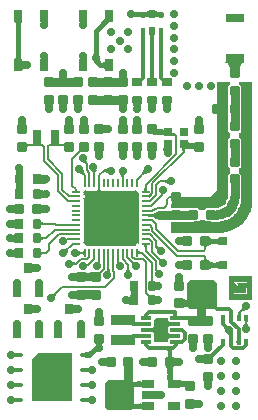
<source format=gbr>
%TF.GenerationSoftware,Altium Limited,Altium Designer,22.11.1 (43)*%
G04 Layer_Physical_Order=1*
G04 Layer_Color=255*
%FSLAX45Y45*%
%MOMM*%
%TF.SameCoordinates,9689AE11-03B8-4921-899C-892E986EC91F*%
%TF.FilePolarity,Positive*%
%TF.FileFunction,Copper,L1,Top,Signal*%
%TF.Part,Single*%
G01*
G75*
%TA.AperFunction,Conductor*%
%ADD10C,0.20000*%
%ADD11C,0.80000*%
%ADD12C,0.00100*%
%TA.AperFunction,SMDPad,CuDef*%
%ADD13R,0.80000X0.80000*%
G04:AMPARAMS|DCode=14|XSize=0.8mm|YSize=0.8mm|CornerRadius=0.08mm|HoleSize=0mm|Usage=FLASHONLY|Rotation=0.000|XOffset=0mm|YOffset=0mm|HoleType=Round|Shape=RoundedRectangle|*
%AMROUNDEDRECTD14*
21,1,0.80000,0.64000,0,0,0.0*
21,1,0.64000,0.80000,0,0,0.0*
1,1,0.16000,0.32000,-0.32000*
1,1,0.16000,-0.32000,-0.32000*
1,1,0.16000,-0.32000,0.32000*
1,1,0.16000,0.32000,0.32000*
%
%ADD14ROUNDEDRECTD14*%
G04:AMPARAMS|DCode=15|XSize=0.8mm|YSize=0.8mm|CornerRadius=0.1mm|HoleSize=0mm|Usage=FLASHONLY|Rotation=0.000|XOffset=0mm|YOffset=0mm|HoleType=Round|Shape=RoundedRectangle|*
%AMROUNDEDRECTD15*
21,1,0.80000,0.60000,0,0,0.0*
21,1,0.60000,0.80000,0,0,0.0*
1,1,0.20000,0.30000,-0.30000*
1,1,0.20000,-0.30000,-0.30000*
1,1,0.20000,-0.30000,0.30000*
1,1,0.20000,0.30000,0.30000*
%
%ADD15ROUNDEDRECTD15*%
G04:AMPARAMS|DCode=16|XSize=0.8mm|YSize=0.8mm|CornerRadius=0.08mm|HoleSize=0mm|Usage=FLASHONLY|Rotation=270.000|XOffset=0mm|YOffset=0mm|HoleType=Round|Shape=RoundedRectangle|*
%AMROUNDEDRECTD16*
21,1,0.80000,0.64000,0,0,270.0*
21,1,0.64000,0.80000,0,0,270.0*
1,1,0.16000,-0.32000,-0.32000*
1,1,0.16000,-0.32000,0.32000*
1,1,0.16000,0.32000,0.32000*
1,1,0.16000,0.32000,-0.32000*
%
%ADD16ROUNDEDRECTD16*%
G04:AMPARAMS|DCode=17|XSize=0.8mm|YSize=0.8mm|CornerRadius=0.1mm|HoleSize=0mm|Usage=FLASHONLY|Rotation=270.000|XOffset=0mm|YOffset=0mm|HoleType=Round|Shape=RoundedRectangle|*
%AMROUNDEDRECTD17*
21,1,0.80000,0.60000,0,0,270.0*
21,1,0.60000,0.80000,0,0,270.0*
1,1,0.20000,-0.30000,-0.30000*
1,1,0.20000,-0.30000,0.30000*
1,1,0.20000,0.30000,0.30000*
1,1,0.20000,0.30000,-0.30000*
%
%ADD17ROUNDEDRECTD17*%
G04:AMPARAMS|DCode=18|XSize=0.6mm|YSize=0.9mm|CornerRadius=0.06mm|HoleSize=0mm|Usage=FLASHONLY|Rotation=90.000|XOffset=0mm|YOffset=0mm|HoleType=Round|Shape=RoundedRectangle|*
%AMROUNDEDRECTD18*
21,1,0.60000,0.78000,0,0,90.0*
21,1,0.48000,0.90000,0,0,90.0*
1,1,0.12000,0.39000,0.24000*
1,1,0.12000,0.39000,-0.24000*
1,1,0.12000,-0.39000,-0.24000*
1,1,0.12000,-0.39000,0.24000*
%
%ADD18ROUNDEDRECTD18*%
G04:AMPARAMS|DCode=19|XSize=0.6mm|YSize=0.9mm|CornerRadius=0.075mm|HoleSize=0mm|Usage=FLASHONLY|Rotation=90.000|XOffset=0mm|YOffset=0mm|HoleType=Round|Shape=RoundedRectangle|*
%AMROUNDEDRECTD19*
21,1,0.60000,0.75000,0,0,90.0*
21,1,0.45000,0.90000,0,0,90.0*
1,1,0.15000,0.37500,0.22500*
1,1,0.15000,0.37500,-0.22500*
1,1,0.15000,-0.37500,-0.22500*
1,1,0.15000,-0.37500,0.22500*
%
%ADD19ROUNDEDRECTD19*%
%ADD20R,0.65000X1.05000*%
G04:AMPARAMS|DCode=21|XSize=0.6mm|YSize=0.9mm|CornerRadius=0.075mm|HoleSize=0mm|Usage=FLASHONLY|Rotation=180.000|XOffset=0mm|YOffset=0mm|HoleType=Round|Shape=RoundedRectangle|*
%AMROUNDEDRECTD21*
21,1,0.60000,0.75000,0,0,180.0*
21,1,0.45000,0.90000,0,0,180.0*
1,1,0.15000,-0.22500,0.37500*
1,1,0.15000,0.22500,0.37500*
1,1,0.15000,0.22500,-0.37500*
1,1,0.15000,-0.22500,-0.37500*
%
%ADD21ROUNDEDRECTD21*%
G04:AMPARAMS|DCode=22|XSize=0.6mm|YSize=0.9mm|CornerRadius=0.06mm|HoleSize=0mm|Usage=FLASHONLY|Rotation=180.000|XOffset=0mm|YOffset=0mm|HoleType=Round|Shape=RoundedRectangle|*
%AMROUNDEDRECTD22*
21,1,0.60000,0.78000,0,0,180.0*
21,1,0.48000,0.90000,0,0,180.0*
1,1,0.12000,-0.24000,0.39000*
1,1,0.12000,0.24000,0.39000*
1,1,0.12000,0.24000,-0.39000*
1,1,0.12000,-0.24000,-0.39000*
%
%ADD22ROUNDEDRECTD22*%
%ADD23R,0.35000X0.50000*%
%ADD24R,0.40000X0.55000*%
%ADD25R,0.50000X0.70000*%
%ADD26R,1.60000X0.80000*%
%ADD27R,0.75000X0.70000*%
%ADD28R,2.00000X0.85000*%
%ADD29R,1.10000X0.65000*%
G04:AMPARAMS|DCode=30|XSize=0.8mm|YSize=0.8mm|CornerRadius=0.08mm|HoleSize=0mm|Usage=FLASHONLY|Rotation=135.000|XOffset=0mm|YOffset=0mm|HoleType=Round|Shape=RoundedRectangle|*
%AMROUNDEDRECTD30*
21,1,0.80000,0.64000,0,0,135.0*
21,1,0.64000,0.80000,0,0,135.0*
1,1,0.16000,0.00000,0.45255*
1,1,0.16000,0.45255,0.00000*
1,1,0.16000,0.00000,-0.45255*
1,1,0.16000,-0.45255,0.00000*
%
%ADD30ROUNDEDRECTD30*%
G04:AMPARAMS|DCode=31|XSize=0.8mm|YSize=0.8mm|CornerRadius=0.1mm|HoleSize=0mm|Usage=FLASHONLY|Rotation=135.000|XOffset=0mm|YOffset=0mm|HoleType=Round|Shape=RoundedRectangle|*
%AMROUNDEDRECTD31*
21,1,0.80000,0.60000,0,0,135.0*
21,1,0.60000,0.80000,0,0,135.0*
1,1,0.20000,0.00000,0.42427*
1,1,0.20000,0.42427,0.00000*
1,1,0.20000,0.00000,-0.42427*
1,1,0.20000,-0.42427,0.00000*
%
%ADD31ROUNDEDRECTD31*%
%AMCUSTOMSHAPE32*
4,1,5,-0.37500,1.02500,0.62500,1.02500,0.62500,-1.02500,-0.62500,-1.02500,-0.62500,0.77500,-0.37500,1.02500,0.0*%
%ADD32CUSTOMSHAPE32*%

%ADD33R,0.85000X0.30000*%
%ADD34R,0.80000X0.90000*%
%ADD35R,0.70000X1.40000*%
%ADD36O,0.20000X0.70000*%
%ADD37O,0.70000X0.20000*%
%ADD38O,1.00000X0.40000*%
%AMCUSTOMSHAPE39*
4,1,5,-1.70000,-2.00000,1.70000,-2.00000,1.70000,2.00000,-1.20000,2.00000,-1.70000,1.50000,-1.70000,-2.00000,0.0*%
%ADD39CUSTOMSHAPE39*%

%TA.AperFunction,Conductor*%
%ADD40C,0.30000*%
%ADD41C,0.40000*%
%ADD42C,0.70000*%
%ADD43C,0.60000*%
%TA.AperFunction,ViaPad*%
%ADD44C,0.70000*%
G36*
X1250305Y3443507D02*
X1262195Y3443394D01*
Y3403394D01*
X1254595Y3403284D01*
X1250305Y3402991D01*
Y3392449D01*
X1249905Y3394528D01*
X1248705Y3396389D01*
X1246705Y3398031D01*
X1243905Y3399453D01*
X1240305Y3400657D01*
X1236250Y3401565D01*
X1232195Y3400657D01*
X1228595Y3399453D01*
X1225795Y3398031D01*
X1223795Y3396389D01*
X1222595Y3394528D01*
X1222195Y3392449D01*
Y3403032D01*
X1210305Y3403394D01*
Y3443394D01*
X1217905Y3443578D01*
X1222195Y3443927D01*
Y3446839D01*
X1222595Y3446184D01*
X1223795Y3445598D01*
X1225795Y3445082D01*
X1228290Y3444683D01*
X1230705Y3445054D01*
X1235905Y3446345D01*
X1240305Y3448005D01*
X1243905Y3450034D01*
X1246705Y3452432D01*
X1248705Y3455199D01*
X1249905Y3458334D01*
X1250305Y3461839D01*
Y3443507D01*
D02*
G37*
G36*
X1300095Y3458334D02*
X1301295Y3455199D01*
X1303295Y3452432D01*
X1306095Y3450034D01*
X1309695Y3448005D01*
X1314095Y3446345D01*
X1319295Y3445054D01*
X1320498Y3444869D01*
X1324205Y3445082D01*
X1326205Y3445598D01*
X1327405Y3446184D01*
X1327805Y3446839D01*
Y3443927D01*
X1332095Y3443578D01*
X1339695Y3443394D01*
Y3403394D01*
X1332095Y3403284D01*
X1327805Y3402991D01*
Y3392449D01*
X1327405Y3394528D01*
X1326205Y3396389D01*
X1324205Y3398031D01*
X1321405Y3399453D01*
X1317805Y3400657D01*
X1313750Y3401565D01*
X1309695Y3400657D01*
X1306095Y3399453D01*
X1303295Y3398031D01*
X1301295Y3396389D01*
X1300095Y3394528D01*
X1299695Y3392449D01*
Y3403032D01*
X1287805Y3403394D01*
Y3443394D01*
X1295405Y3443428D01*
X1299695Y3443675D01*
Y3461839D01*
X1300095Y3458334D01*
D02*
G37*
G36*
X1128493Y3447793D02*
X1129829Y3446869D01*
X1131483Y3446055D01*
X1133457Y3445349D01*
X1135750Y3444751D01*
X1138362Y3444263D01*
X1141292Y3443882D01*
X1148111Y3443448D01*
X1149743Y3443425D01*
X1150405Y3443428D01*
X1179205Y3445082D01*
X1181205Y3445598D01*
X1182405Y3446184D01*
X1182805Y3446839D01*
Y3392449D01*
X1182405Y3394528D01*
X1181205Y3396389D01*
X1179205Y3398031D01*
X1176405Y3399453D01*
X1172805Y3400657D01*
X1168405Y3401642D01*
X1163205Y3402409D01*
X1157205Y3402956D01*
X1143645Y3403368D01*
X1142777Y3403361D01*
X1130346Y3402572D01*
X1128063Y3402210D01*
X1126109Y3401783D01*
X1124485Y3401290D01*
X1123191Y3400731D01*
X1122226Y3400107D01*
X1127476Y3448825D01*
X1128493Y3447793D01*
D02*
G37*
G36*
X931873Y3355609D02*
X928789Y3357842D01*
X925133Y3358943D01*
X920906Y3358912D01*
X916107Y3357750D01*
X910736Y3355457D01*
X904793Y3352032D01*
X898279Y3347477D01*
X891192Y3341789D01*
X875304Y3327021D01*
X847020Y3355305D01*
X854970Y3363535D01*
X867476Y3378279D01*
X872032Y3384793D01*
X875457Y3390736D01*
X877750Y3396107D01*
X878912Y3400906D01*
X878942Y3405134D01*
X877841Y3408789D01*
X875609Y3411873D01*
X931873Y3355609D01*
D02*
G37*
G36*
X172379Y3354905D02*
X170305Y3353705D01*
X168476Y3351705D01*
X166891Y3348905D01*
X165549Y3345305D01*
X164452Y3340905D01*
X163598Y3335705D01*
X162988Y3329705D01*
X162500Y3315305D01*
X122500D01*
X122378Y3322905D01*
X121403Y3335705D01*
X120549Y3340905D01*
X119452Y3345305D01*
X118110Y3348905D01*
X116525Y3351705D01*
X114695Y3353705D01*
X112622Y3354905D01*
X110305Y3355305D01*
X174696D01*
X172379Y3354905D01*
D02*
G37*
G36*
X1366303Y3257149D02*
X1365505Y3256249D01*
X1364801Y3254749D01*
X1364190Y3252649D01*
X1363674Y3249949D01*
X1363251Y3246649D01*
X1362688Y3238249D01*
X1362500Y3227449D01*
X1332500D01*
X1332453Y3233149D01*
X1331326Y3249949D01*
X1330810Y3252649D01*
X1330199Y3254749D01*
X1329495Y3256249D01*
X1328697Y3257149D01*
X1327805Y3257449D01*
X1367195D01*
X1366303Y3257149D01*
D02*
G37*
G36*
X1221303D02*
X1220505Y3256249D01*
X1219801Y3254749D01*
X1219190Y3252649D01*
X1218674Y3249949D01*
X1218251Y3246649D01*
X1217688Y3238249D01*
X1217500Y3227449D01*
X1187500D01*
X1187453Y3233149D01*
X1186326Y3249949D01*
X1185810Y3252649D01*
X1185199Y3254749D01*
X1184495Y3256249D01*
X1183697Y3257149D01*
X1182805Y3257449D01*
X1222195D01*
X1221303Y3257149D01*
D02*
G37*
G36*
X1297853Y3242148D02*
X1296205Y3241249D01*
X1294751Y3239748D01*
X1293490Y3237648D01*
X1292424Y3234949D01*
X1291551Y3231648D01*
X1290872Y3227748D01*
X1290388Y3223249D01*
X1290000Y3212448D01*
X1260000D01*
X1259903Y3218149D01*
X1259127Y3227748D01*
X1258449Y3231648D01*
X1257576Y3234949D01*
X1256510Y3237648D01*
X1255249Y3239748D01*
X1253795Y3241249D01*
X1252147Y3242148D01*
X1250305Y3242448D01*
X1299695D01*
X1297853Y3242148D01*
D02*
G37*
G36*
X820045Y3095819D02*
X820720Y3086014D01*
X821125Y3083382D01*
X821620Y3081069D01*
X822205Y3079073D01*
X822880Y3077396D01*
X823645Y3076036D01*
X824500Y3074995D01*
X775500D01*
X776355Y3076036D01*
X777120Y3077396D01*
X777795Y3079073D01*
X778380Y3081069D01*
X778875Y3083382D01*
X779280Y3086014D01*
X779820Y3092232D01*
X780000Y3099723D01*
X820000D01*
X820045Y3095819D01*
D02*
G37*
G36*
X162622Y3077095D02*
X163598Y3064295D01*
X164452Y3059095D01*
X165549Y3054695D01*
X166891Y3051095D01*
X168476Y3048295D01*
X170305Y3046295D01*
X172379Y3045095D01*
X174696Y3044695D01*
X163105D01*
X163727Y3013700D01*
X121274D01*
X121507Y3014532D01*
X121716Y3016539D01*
X122059Y3024075D01*
X122238Y3044695D01*
X110305D01*
X112622Y3045095D01*
X114695Y3046295D01*
X116525Y3048295D01*
X118110Y3051095D01*
X119452Y3054695D01*
X120549Y3059095D01*
X121403Y3064295D01*
X122012Y3070295D01*
X122500Y3084695D01*
X162500D01*
X162622Y3077095D01*
D02*
G37*
G36*
X831403Y3034059D02*
X831346Y3032565D01*
X831634Y3030909D01*
X832267Y3029091D01*
X833244Y3027110D01*
X834566Y3024967D01*
X836233Y3022661D01*
X838245Y3020193D01*
X843303Y3014770D01*
X840819Y3012587D01*
X844570Y3012680D01*
X851085Y3013221D01*
X856833Y3014121D01*
X861814Y3015382D01*
X866029Y3017004D01*
X869478Y3018985D01*
X872160Y3021327D01*
X874076Y3024029D01*
X875226Y3027092D01*
X875609Y3030515D01*
Y2954485D01*
X875226Y2957908D01*
X874076Y2960971D01*
X872160Y2963673D01*
X869478Y2966015D01*
X866029Y2967996D01*
X861814Y2969618D01*
X856833Y2970879D01*
X851085Y2971779D01*
X844570Y2972320D01*
X837290Y2972500D01*
Y3009486D01*
X813194Y2988312D01*
X786239Y3017819D01*
X831805Y3035390D01*
X831403Y3034059D01*
D02*
G37*
G36*
X175124Y3032872D02*
X176408Y3030695D01*
X178548Y3028774D01*
X181544Y3027110D01*
X185397Y3025701D01*
X190105Y3024549D01*
X195670Y3023652D01*
X202091Y3023012D01*
X217500Y3022500D01*
Y2962500D01*
X209367Y2962372D01*
X195670Y2961348D01*
X190105Y2960451D01*
X185397Y2959299D01*
X181544Y2957890D01*
X178548Y2956226D01*
X176408Y2954305D01*
X175124Y2952128D01*
X174696Y2949695D01*
Y3035305D01*
X175124Y3032872D01*
D02*
G37*
G36*
X2047153Y3014505D02*
X2040405Y3012105D01*
X2034451Y3008105D01*
X2029290Y3002505D01*
X2024924Y2995305D01*
X2021351Y2986505D01*
X2018573Y2976105D01*
X2016588Y2964105D01*
X2015397Y2950505D01*
X2015000Y2935305D01*
X1935000D01*
X1934603Y2950505D01*
X1933412Y2964105D01*
X1931427Y2976105D01*
X1928649Y2986505D01*
X1925076Y2995305D01*
X1920710Y3002505D01*
X1915550Y3008105D01*
X1909595Y3012105D01*
X1902847Y3014505D01*
X1895305Y3015305D01*
X2054695D01*
X2047153Y3014505D01*
D02*
G37*
G36*
X1290150Y2904406D02*
X1290600Y2899254D01*
X1291350Y2894708D01*
X1292400Y2890769D01*
X1293750Y2887435D01*
X1295400Y2884708D01*
X1297350Y2882587D01*
X1299600Y2881071D01*
X1302150Y2880162D01*
X1305000Y2879859D01*
X1245000D01*
X1247850Y2880162D01*
X1250400Y2881071D01*
X1252650Y2882587D01*
X1254600Y2884708D01*
X1256250Y2887435D01*
X1257600Y2890769D01*
X1258650Y2894708D01*
X1259400Y2899254D01*
X1259850Y2904406D01*
X1260000Y2910164D01*
X1290000D01*
X1290150Y2904406D01*
D02*
G37*
G36*
X1440277Y2670314D02*
X1438120Y2667708D01*
X1436217Y2664494D01*
X1434567Y2660674D01*
X1433172Y2656246D01*
X1432030Y2651211D01*
X1431142Y2645569D01*
X1430507Y2639320D01*
X1430000Y2625000D01*
X1370000D01*
X1369873Y2632464D01*
X1368858Y2645569D01*
X1367970Y2651211D01*
X1366828Y2656246D01*
X1365433Y2660674D01*
X1363783Y2664494D01*
X1361880Y2667708D01*
X1359723Y2670314D01*
X1357313Y2672313D01*
X1442687D01*
X1440277Y2670314D01*
D02*
G37*
G36*
X1315277Y2670314D02*
X1313120Y2667707D01*
X1311216Y2664494D01*
X1309567Y2660673D01*
X1308171Y2656246D01*
X1307030Y2651211D01*
X1306141Y2645569D01*
X1305507Y2639320D01*
X1305000Y2625000D01*
X1245000D01*
X1244873Y2632464D01*
X1243858Y2645569D01*
X1242970Y2651211D01*
X1241828Y2656246D01*
X1240432Y2660673D01*
X1238783Y2664494D01*
X1236880Y2667707D01*
X1234723Y2670314D01*
X1232312Y2672313D01*
X1317687D01*
X1315277Y2670314D01*
D02*
G37*
G36*
X1190277D02*
X1188120Y2667707D01*
X1186217Y2664494D01*
X1184568Y2660673D01*
X1183172Y2656246D01*
X1182030Y2651211D01*
X1181142Y2645569D01*
X1180508Y2639320D01*
X1180000Y2625000D01*
X1120000D01*
X1119874Y2632464D01*
X1118859Y2645569D01*
X1117970Y2651211D01*
X1116829Y2656246D01*
X1115433Y2660673D01*
X1113784Y2664494D01*
X1111880Y2667707D01*
X1109723Y2670314D01*
X1107313Y2672313D01*
X1192687D01*
X1190277Y2670314D01*
D02*
G37*
G36*
X1427620Y2425668D02*
X1428414Y2422248D01*
X1428931Y2420665D01*
X1429528Y2419166D01*
X1430205Y2417750D01*
X1430962Y2416419D01*
X1431799Y2415171D01*
X1432716Y2414008D01*
X1433713Y2412929D01*
X1419571Y2398787D01*
X1418492Y2399784D01*
X1417329Y2400701D01*
X1416081Y2401538D01*
X1414750Y2402295D01*
X1413334Y2402972D01*
X1411835Y2403569D01*
X1410252Y2404086D01*
X1408584Y2404523D01*
X1406832Y2404880D01*
X1404997Y2405157D01*
X1427343Y2427503D01*
X1427620Y2425668D01*
D02*
G37*
G36*
X1444593Y2422815D02*
X1445171Y2421355D01*
X1446123Y2420066D01*
X1447450Y2418950D01*
X1449152Y2418005D01*
X1451229Y2417232D01*
X1453681Y2416631D01*
X1456507Y2416201D01*
X1459708Y2415944D01*
X1463284Y2415858D01*
Y2395858D01*
X1459752Y2395802D01*
X1453804Y2395358D01*
X1451387Y2394969D01*
X1449343Y2394470D01*
X1447670Y2393859D01*
X1446368Y2393137D01*
X1445439Y2392304D01*
X1444881Y2391360D01*
X1444695Y2390305D01*
X1444391Y2424447D01*
X1444593Y2422815D01*
D02*
G37*
G36*
X1314668Y2466200D02*
X1315663Y2462800D01*
X1317525Y2459800D01*
X1320255Y2457200D01*
X1323851Y2455000D01*
X1328316Y2453200D01*
X1333647Y2451800D01*
X1339846Y2450800D01*
X1343142Y2450520D01*
X1355905Y2451551D01*
X1360305Y2452424D01*
X1363905Y2453490D01*
X1366705Y2454750D01*
X1368705Y2456205D01*
X1369905Y2457853D01*
X1370305Y2459695D01*
Y2390305D01*
X1369905Y2394047D01*
X1368705Y2397395D01*
X1366705Y2400349D01*
X1363905Y2402910D01*
X1360305Y2405076D01*
X1355905Y2406849D01*
X1350705Y2408227D01*
X1344705Y2409212D01*
X1337905Y2409803D01*
X1330305Y2410000D01*
Y2410411D01*
X1310002Y2410751D01*
X1314541Y2470000D01*
X1314668Y2466200D01*
D02*
G37*
G36*
X415305Y2305305D02*
X415169Y2305410D01*
X414761Y2305504D01*
X414082Y2305587D01*
X411908Y2305720D01*
X401716Y2305858D01*
Y2325858D01*
X404347Y2325894D01*
X410586Y2326432D01*
X412114Y2326755D01*
X413365Y2327150D01*
X414340Y2327617D01*
X415040Y2328155D01*
X415463Y2328765D01*
X415610Y2329447D01*
X415305Y2305305D01*
D02*
G37*
G36*
X484612Y2333100D02*
X485236Y2331400D01*
X486261Y2329900D01*
X487688Y2328600D01*
X489518Y2327500D01*
X491749Y2326600D01*
X494383Y2325900D01*
X497418Y2325400D01*
X500856Y2325100D01*
X504695Y2325000D01*
Y2305000D01*
X484695Y2305305D01*
X484390Y2335000D01*
X484612Y2333100D01*
D02*
G37*
G36*
X334505Y2325720D02*
X334842Y2325569D01*
X335403Y2325436D01*
X336188Y2325320D01*
X338426Y2325142D01*
X343460Y2325009D01*
X345584Y2325000D01*
Y2305000D01*
X334695Y2305305D01*
X334390Y2325889D01*
X334505Y2325720D01*
D02*
G37*
G36*
X265305Y2305305D02*
X245305Y2305000D01*
Y2325000D01*
X249144Y2325100D01*
X252582Y2325400D01*
X255617Y2325900D01*
X258251Y2326600D01*
X260482Y2327500D01*
X262312Y2328600D01*
X263739Y2329900D01*
X264765Y2331400D01*
X265388Y2333100D01*
X265610Y2335000D01*
X265305Y2305305D01*
D02*
G37*
G36*
X535459Y2295000D02*
X535281Y2296900D01*
X534691Y2298600D01*
X533689Y2300100D01*
X532276Y2301400D01*
X530451Y2302500D01*
X528215Y2303400D01*
X525567Y2304100D01*
X522508Y2304600D01*
X519037Y2304900D01*
X515154Y2305000D01*
Y2325000D01*
X519091Y2325098D01*
X522617Y2325393D01*
X525731Y2325885D01*
X528434Y2326573D01*
X530725Y2327458D01*
X532604Y2328540D01*
X534072Y2329818D01*
X535127Y2331293D01*
X535772Y2332965D01*
X536005Y2334833D01*
X535459Y2295000D01*
D02*
G37*
G36*
X214185Y2333054D02*
X214833Y2331363D01*
X215892Y2329872D01*
X217364Y2328580D01*
X219247Y2327486D01*
X221543Y2326591D01*
X224251Y2325895D01*
X227370Y2325398D01*
X230902Y2325099D01*
X234846Y2325000D01*
Y2305000D01*
X230961Y2304900D01*
X227489Y2304600D01*
X224428Y2304100D01*
X221780Y2303400D01*
X219543Y2302500D01*
X217719Y2301400D01*
X216306Y2300100D01*
X215306Y2298600D01*
X214717Y2296900D01*
X214541Y2295000D01*
X213950Y2334943D01*
X214185Y2333054D01*
D02*
G37*
G36*
X1579812Y2346200D02*
X1581035Y2342800D01*
X1583061Y2339800D01*
X1585888Y2337200D01*
X1589518Y2335000D01*
X1593949Y2333200D01*
X1599183Y2331800D01*
X1605218Y2330800D01*
X1607273Y2330620D01*
X1617209Y2331480D01*
X1621865Y2332312D01*
X1626178Y2333330D01*
X1630148Y2334532D01*
X1633774Y2335919D01*
X1637057Y2337492D01*
X1639997Y2339249D01*
X1635459Y2270000D01*
X1635292Y2273800D01*
X1634266Y2277200D01*
X1632382Y2280200D01*
X1629639Y2282800D01*
X1626038Y2285000D01*
X1621578Y2286800D01*
X1616260Y2288200D01*
X1610083Y2289200D01*
X1603048Y2289800D01*
X1595154Y2290000D01*
Y2290187D01*
X1579695Y2290305D01*
X1579391Y2350000D01*
X1579812Y2346200D01*
D02*
G37*
G36*
X1555662Y2309487D02*
X1554957Y2307609D01*
X1554334Y2305034D01*
X1553794Y2301762D01*
X1552964Y2293124D01*
X1552878Y2290610D01*
X1562300D01*
X1560400Y2290407D01*
X1558700Y2289798D01*
X1557200Y2288782D01*
X1555900Y2287361D01*
X1554800Y2285534D01*
X1553900Y2283300D01*
X1553200Y2280660D01*
X1552700Y2277615D01*
X1552400Y2274163D01*
X1552320Y2271074D01*
X1552300Y2267480D01*
X1532300D01*
X1532280Y2271074D01*
X1532200Y2274163D01*
X1531900Y2277615D01*
X1531400Y2280660D01*
X1530700Y2283300D01*
X1529800Y2285534D01*
X1528700Y2287361D01*
X1527400Y2288782D01*
X1525900Y2289798D01*
X1524200Y2290407D01*
X1522300Y2290610D01*
X1531221D01*
X1530266Y2305034D01*
X1529643Y2307609D01*
X1528938Y2309487D01*
X1528149Y2310667D01*
X1556451D01*
X1555662Y2309487D01*
D02*
G37*
G36*
X688438Y2260459D02*
X686910Y2261560D01*
X685093Y2262095D01*
X682987Y2262064D01*
X680592Y2261468D01*
X677908Y2260306D01*
X674935Y2258579D01*
X671673Y2256286D01*
X668122Y2253427D01*
X660154Y2246012D01*
X646012Y2260154D01*
X650002Y2264283D01*
X656286Y2271673D01*
X658579Y2274935D01*
X660307Y2277908D01*
X661468Y2280592D01*
X662064Y2282987D01*
X662095Y2285093D01*
X661560Y2286910D01*
X660459Y2288438D01*
X688438Y2260459D01*
D02*
G37*
G36*
X1444278Y2289902D02*
X1443905Y2288693D01*
X1443576Y2286678D01*
X1443290Y2283856D01*
X1442698Y2270556D01*
X1442500Y2250000D01*
X1372500D01*
X1370305Y2290305D01*
X1444695D01*
X1444278Y2289902D01*
D02*
G37*
G36*
X720378Y2192688D02*
X719833Y2189314D01*
X719624Y2186065D01*
X719752Y2182939D01*
X720217Y2179938D01*
X721019Y2177062D01*
X722157Y2174310D01*
X723632Y2171682D01*
X725444Y2169179D01*
X727592Y2166800D01*
X709223Y2156885D01*
X707173Y2158782D01*
X704895Y2160600D01*
X702389Y2162340D01*
X699655Y2164002D01*
X696693Y2165586D01*
X690084Y2168518D01*
X686437Y2169867D01*
X678460Y2172329D01*
X721260Y2196186D01*
X720378Y2192688D01*
D02*
G37*
G36*
X900005Y2075500D02*
X897151Y2078255D01*
X894275Y2080720D01*
X891376Y2082895D01*
X888455Y2084780D01*
X885512Y2086375D01*
X882546Y2087680D01*
X879558Y2088695D01*
X876547Y2089420D01*
X873514Y2089855D01*
X870459Y2090000D01*
Y2110000D01*
X873514Y2110145D01*
X876547Y2110580D01*
X879558Y2111305D01*
X882546Y2112320D01*
X885512Y2113625D01*
X888455Y2115220D01*
X891376Y2117105D01*
X894275Y2119280D01*
X897151Y2121745D01*
X900005Y2124500D01*
Y2075500D01*
D02*
G37*
G36*
X1235410Y2074509D02*
X1231580Y2074813D01*
X1227918Y2074851D01*
X1224425Y2074621D01*
X1221100Y2074125D01*
X1217944Y2073362D01*
X1214957Y2072333D01*
X1212138Y2071037D01*
X1209487Y2069475D01*
X1207005Y2067646D01*
X1204692Y2065550D01*
X1192050Y2081192D01*
X1194062Y2083393D01*
X1195901Y2085799D01*
X1197570Y2088413D01*
X1199066Y2091232D01*
X1200391Y2094258D01*
X1201544Y2097490D01*
X1202525Y2100928D01*
X1203335Y2104573D01*
X1203973Y2108424D01*
X1204439Y2112481D01*
X1235410Y2074509D01*
D02*
G37*
G36*
X804914Y2103816D02*
X800997Y2097068D01*
X799406Y2093789D01*
X798060Y2090573D01*
X796958Y2087421D01*
X796102Y2084332D01*
X795489Y2081306D01*
X795122Y2078344D01*
X795000Y2075445D01*
X775000Y2071523D01*
X774841Y2074684D01*
X774363Y2077737D01*
X773567Y2080681D01*
X772452Y2083517D01*
X771019Y2086245D01*
X769268Y2088865D01*
X767198Y2091377D01*
X764809Y2093781D01*
X762102Y2096077D01*
X759077Y2098264D01*
X807239Y2107285D01*
X804914Y2103816D01*
D02*
G37*
G36*
X694882Y2104371D02*
X695044Y2100634D01*
X695445Y2097078D01*
X696085Y2093704D01*
X696964Y2090512D01*
X698081Y2087502D01*
X699438Y2084673D01*
X701033Y2082026D01*
X702868Y2079560D01*
X704941Y2077277D01*
X690225Y2063709D01*
X687984Y2065750D01*
X685548Y2067589D01*
X682914Y2069226D01*
X680085Y2070660D01*
X677060Y2071892D01*
X673838Y2072921D01*
X670420Y2073748D01*
X666806Y2074373D01*
X662996Y2074795D01*
X658989Y2075015D01*
X694958Y2108290D01*
X694882Y2104371D01*
D02*
G37*
G36*
X1046745Y2072151D02*
X1044280Y2069275D01*
X1042105Y2066377D01*
X1040220Y2063456D01*
X1038625Y2060512D01*
X1037320Y2057546D01*
X1036305Y2054558D01*
X1035580Y2051547D01*
X1035145Y2048514D01*
X1035000Y2045459D01*
X1015000D01*
X1014855Y2048514D01*
X1014420Y2051547D01*
X1013695Y2054558D01*
X1012680Y2057546D01*
X1011375Y2060512D01*
X1009780Y2063456D01*
X1007895Y2066377D01*
X1005720Y2069275D01*
X1003255Y2072151D01*
X1000500Y2075005D01*
X1049500D01*
X1046745Y2072151D01*
D02*
G37*
G36*
X1169027Y2029885D02*
X1165469Y2026188D01*
X1159760Y2019373D01*
X1157611Y2016255D01*
X1155931Y2013330D01*
X1154722Y2010598D01*
X1153981Y2008059D01*
X1153711Y2005713D01*
X1153911Y2003560D01*
X1154580Y2001601D01*
X1141217Y2029133D01*
X1141120Y2029268D01*
X1141441Y2029798D01*
X1142180Y2030721D01*
X1144913Y2033748D01*
X1159061Y2048203D01*
X1169027Y2029885D01*
D02*
G37*
G36*
X1410398Y1983048D02*
X1407544Y1985803D01*
X1404668Y1988268D01*
X1401770Y1990443D01*
X1398849Y1992328D01*
X1395905Y1993923D01*
X1392939Y1995228D01*
X1389951Y1996243D01*
X1386940Y1996968D01*
X1383907Y1997403D01*
X1380852Y1997548D01*
Y2017548D01*
X1383907Y2017693D01*
X1386940Y2018128D01*
X1389951Y2018853D01*
X1392939Y2019868D01*
X1395905Y2021173D01*
X1398849Y2022768D01*
X1401770Y2024653D01*
X1404668Y2026828D01*
X1407544Y2029293D01*
X1410398Y2032048D01*
Y1983048D01*
D02*
G37*
G36*
X329449Y2066771D02*
X331333Y2065350D01*
X334011Y2064096D01*
X337483Y2063009D01*
X341750Y2062090D01*
X346812Y2061338D01*
X359317Y2060334D01*
X375000Y2060000D01*
Y1990000D01*
X366762Y1989916D01*
X346812Y1988663D01*
X341750Y1987910D01*
X337483Y1986991D01*
X334011Y1985904D01*
X331333Y1984650D01*
X329449Y1983229D01*
X328359Y1981641D01*
Y2068359D01*
X329449Y2066771D01*
D02*
G37*
G36*
X1230100Y1946027D02*
X1230400Y1942575D01*
X1230900Y1939530D01*
X1231600Y1936890D01*
X1232500Y1934657D01*
X1233600Y1932829D01*
X1234900Y1931408D01*
X1236400Y1930393D01*
X1238100Y1929783D01*
X1240000Y1929580D01*
X1200000D01*
X1201900Y1929783D01*
X1203600Y1930393D01*
X1205100Y1931408D01*
X1206400Y1932829D01*
X1207500Y1934657D01*
X1208400Y1936890D01*
X1209100Y1939530D01*
X1209600Y1942575D01*
X1209900Y1946027D01*
X1210000Y1949885D01*
X1230000D01*
X1230100Y1946027D01*
D02*
G37*
G36*
X640115Y1929580D02*
X619885D01*
X619907Y1929684D01*
X619927Y1929997D01*
X619999Y1938020D01*
X620000Y1940000D01*
X640000D01*
X640115Y1929580D01*
D02*
G37*
G36*
X833562Y1935741D02*
X835235Y1934546D01*
X837085Y1933492D01*
X839112Y1932579D01*
X841317Y1931806D01*
X843699Y1931174D01*
X846258Y1930682D01*
X848995Y1930331D01*
X851909Y1930120D01*
X855000Y1930050D01*
Y1929950D01*
X851909Y1929880D01*
X846258Y1929318D01*
X843699Y1928826D01*
X841317Y1928194D01*
X839112Y1927421D01*
X837085Y1926507D01*
X835235Y1925454D01*
X833562Y1924259D01*
X832066Y1922925D01*
Y1937075D01*
X833562Y1935741D01*
D02*
G37*
G36*
X817933Y1922925D02*
X816438Y1924259D01*
X814765Y1925454D01*
X812915Y1926507D01*
X810888Y1927421D01*
X808683Y1928194D01*
X806301Y1928826D01*
X803742Y1929318D01*
X801005Y1929669D01*
X798091Y1929880D01*
X795000Y1929950D01*
Y1930050D01*
X798091Y1930120D01*
X803742Y1930682D01*
X806301Y1931174D01*
X808683Y1931806D01*
X810888Y1932579D01*
X812915Y1933492D01*
X814765Y1934546D01*
X816438Y1935741D01*
X817933Y1937075D01*
Y1922925D01*
D02*
G37*
G36*
X1275494Y1890107D02*
X1268705Y1883383D01*
X1249556Y1866476D01*
X1248685Y1866438D01*
X1248800Y1867514D01*
X1249902Y1869705D01*
X1251990Y1873010D01*
X1232846Y1889580D01*
X1234460Y1888566D01*
X1236337Y1888091D01*
X1238477Y1888154D01*
X1240879Y1888757D01*
X1243543Y1889900D01*
X1246469Y1891581D01*
X1249658Y1893801D01*
X1253110Y1896561D01*
X1260800Y1903697D01*
X1275494Y1890107D01*
D02*
G37*
G36*
X329686Y1940277D02*
X332293Y1938120D01*
X335506Y1936217D01*
X339327Y1934567D01*
X343754Y1933172D01*
X348789Y1932030D01*
X354431Y1931142D01*
X360680Y1930507D01*
X375000Y1930000D01*
Y1870000D01*
X367536Y1869873D01*
X354431Y1868858D01*
X348789Y1867970D01*
X343754Y1866828D01*
X339327Y1865433D01*
X335506Y1863783D01*
X332293Y1861880D01*
X329686Y1859723D01*
X327687Y1857313D01*
Y1942687D01*
X329686Y1940277D01*
D02*
G37*
G36*
X1435459Y1885033D02*
X1464400Y1885613D01*
Y1875000D01*
X1490000D01*
X1490025Y1871519D01*
X1490900Y1859154D01*
X1491225Y1857689D01*
X1491600Y1856561D01*
X1492025Y1855768D01*
X1492500Y1855311D01*
X1457500D01*
X1457975Y1855768D01*
X1458400Y1856561D01*
X1458775Y1857689D01*
X1459100Y1859154D01*
X1459375Y1860955D01*
X1459705Y1864757D01*
X1459212Y1864779D01*
X1435459Y1864986D01*
Y1859846D01*
X1435304Y1860825D01*
X1434841Y1861701D01*
X1434067Y1862475D01*
X1432985Y1863145D01*
X1431594Y1863712D01*
X1429894Y1864175D01*
X1427884Y1864536D01*
X1425565Y1864794D01*
X1420000Y1865000D01*
Y1885000D01*
X1422937Y1885052D01*
X1427884Y1885464D01*
X1429894Y1885825D01*
X1431594Y1886289D01*
X1432985Y1886856D01*
X1434067Y1887526D01*
X1434841Y1888299D01*
X1435304Y1889175D01*
X1435459Y1890154D01*
Y1885033D01*
D02*
G37*
G36*
X1935000Y2829520D02*
X1934855Y2829491D01*
X1926255Y2823745D01*
X1920509Y2815145D01*
X1918491Y2805000D01*
Y2777955D01*
X1917903Y2775000D01*
Y2625000D01*
Y2475000D01*
X1918530Y2471848D01*
Y2443000D01*
X1920393Y2433636D01*
X1925697Y2425697D01*
X1933636Y2420393D01*
X1935000Y2420121D01*
Y2379520D01*
X1934855Y2379491D01*
X1926255Y2373745D01*
X1920509Y2365145D01*
X1918491Y2355000D01*
Y2327955D01*
X1917903Y2325000D01*
Y2175000D01*
X1918530Y2171849D01*
Y2143000D01*
X1920393Y2133636D01*
X1925697Y2125697D01*
X1933636Y2120393D01*
X1935000Y2120121D01*
Y2079520D01*
X1934855Y2079491D01*
X1926255Y2073745D01*
X1920509Y2065145D01*
X1918491Y2055000D01*
Y2027955D01*
X1917903Y2025000D01*
Y1875228D01*
X1917865Y1875038D01*
X1917918Y1874773D01*
X1915885Y1867673D01*
X1912278Y1856864D01*
X1903703Y1836104D01*
X1899049Y1826877D01*
X1893955Y1817989D01*
X1889251Y1810749D01*
X1882195Y1806165D01*
X1863519Y1796120D01*
X1853959Y1791894D01*
X1832150Y1784065D01*
X1825226Y1782083D01*
X1824962Y1782135D01*
X1824771Y1782097D01*
X1775000D01*
X1771848Y1781470D01*
X1743000D01*
X1733636Y1779608D01*
X1725697Y1774303D01*
X1720393Y1766364D01*
X1720121Y1765000D01*
X1679520D01*
X1679491Y1765145D01*
X1673745Y1773745D01*
X1665144Y1779491D01*
X1655000Y1781509D01*
X1627955D01*
X1625000Y1782097D01*
X1482485Y1782097D01*
X1475000Y1782097D01*
X1470000Y1781577D01*
X1457327Y1781509D01*
X1445000D01*
X1444817Y1781473D01*
X1435000Y1789530D01*
Y1819010D01*
X1447700Y1820261D01*
X1448907Y1814192D01*
X1455029Y1805029D01*
X1464192Y1798907D01*
X1475000Y1796757D01*
X1485808Y1798907D01*
X1494971Y1805029D01*
X1501093Y1814192D01*
X1503243Y1825000D01*
Y1847914D01*
X1504280Y1850564D01*
X1504385Y1850816D01*
X1505184Y1851793D01*
X1505108Y1852562D01*
X1506246Y1855311D01*
X1506191Y1855445D01*
X1506244Y1855581D01*
X1504543Y1859469D01*
X1504584Y1860041D01*
X1504612Y1860125D01*
X1504601Y1860278D01*
X1504619Y1860519D01*
X1504645Y1860668D01*
X1504633Y1860721D01*
X1504646Y1860893D01*
X1504534Y1861230D01*
X1504455Y1862338D01*
X1515393Y1875038D01*
X1824962D01*
Y2850000D01*
X1935000D01*
Y2829520D01*
D02*
G37*
G36*
X2012363Y1843717D02*
X2007571Y1825916D01*
X1987654Y1767281D01*
X1985808Y1765538D01*
X1984382Y1766089D01*
X1983378Y1768934D01*
X1927207Y1772793D01*
X1931066Y1716622D01*
X1933911Y1715618D01*
X1934462Y1714192D01*
X1932719Y1712346D01*
X1928681Y1710079D01*
X1922350Y1707391D01*
X1913725Y1704282D01*
X1874084Y1692430D01*
X1856282Y1687637D01*
X1824962Y1765038D01*
X1837155Y1768529D01*
X1860020Y1776737D01*
X1870692Y1781455D01*
X1890515Y1792117D01*
X1899666Y1798062D01*
X1900976Y1799024D01*
X1901938Y1800334D01*
X1907883Y1809485D01*
X1913419Y1819143D01*
X1918546Y1829308D01*
X1927572Y1851159D01*
X1931472Y1862845D01*
X1934963Y1875038D01*
X2012363Y1843717D01*
D02*
G37*
G36*
X895768Y1743579D02*
X898220Y1741742D01*
X900861Y1740126D01*
X903692Y1738731D01*
X906712Y1737556D01*
X909921Y1736603D01*
X913319Y1735871D01*
X916907Y1735359D01*
X920684Y1735068D01*
X924650Y1734998D01*
X890002Y1700350D01*
X889932Y1704316D01*
X889641Y1708093D01*
X889129Y1711680D01*
X888397Y1715079D01*
X887443Y1718288D01*
X886269Y1721308D01*
X884874Y1724139D01*
X883258Y1726780D01*
X881420Y1729232D01*
X879362Y1731495D01*
X893505Y1745637D01*
X895768Y1743579D01*
D02*
G37*
G36*
X1312201Y1689016D02*
X1306904Y1693003D01*
X1301290Y1696571D01*
X1295360Y1699718D01*
X1289114Y1702446D01*
X1282552Y1704754D01*
X1275673Y1706643D01*
X1268479Y1708111D01*
X1260969Y1709161D01*
X1253143Y1709790D01*
X1245000Y1710000D01*
Y1730000D01*
X1253143Y1730210D01*
X1260969Y1730839D01*
X1268479Y1731888D01*
X1275673Y1733357D01*
X1282552Y1735246D01*
X1289114Y1737554D01*
X1295360Y1740282D01*
X1301289Y1743430D01*
X1306903Y1746997D01*
X1312201Y1750984D01*
Y1689016D01*
D02*
G37*
G36*
X2125000Y2850000D02*
Y1875076D01*
X2124962Y1875038D01*
X2124962Y1850037D01*
X2124962Y1832013D01*
X2120257Y1796273D01*
X2110926Y1761452D01*
X2097131Y1728147D01*
X2079107Y1696928D01*
X2057161Y1668328D01*
X2031671Y1642838D01*
X2003071Y1620893D01*
X1971852Y1602868D01*
X1938547Y1589073D01*
X1903727Y1579743D01*
X1867986Y1575038D01*
X1849962Y1575038D01*
X1435000D01*
Y1662903D01*
X1470000D01*
Y1662805D01*
X1493801Y1667539D01*
X1494345Y1667903D01*
X1625000Y1667903D01*
X1627955Y1668491D01*
X1655000D01*
X1665144Y1670509D01*
X1673745Y1676255D01*
X1679491Y1684855D01*
X1679520Y1685000D01*
X1720121D01*
X1720393Y1683636D01*
X1725697Y1675697D01*
X1733636Y1670393D01*
X1743000Y1668530D01*
X1771848D01*
X1775000Y1667903D01*
X1824962D01*
X1826341Y1668178D01*
X1865345Y1672019D01*
X1904177Y1683798D01*
X1906731Y1685164D01*
X1918398Y1688652D01*
X1918803Y1688866D01*
X1919256Y1688935D01*
X1927882Y1692044D01*
X1928275Y1692281D01*
X1928725Y1692374D01*
X1935057Y1695062D01*
X1935807Y1695573D01*
X1936669Y1695855D01*
X1940707Y1698122D01*
X1942575Y1699721D01*
X1944581Y1701146D01*
X1946324Y1702993D01*
X1947789Y1705329D01*
X1949226Y1707372D01*
X1949811Y1707763D01*
X1967912Y1725863D01*
X1971331Y1728669D01*
X1974137Y1732088D01*
X1992237Y1750189D01*
X1992628Y1750774D01*
X1994670Y1752209D01*
X1997007Y1753676D01*
X1998854Y1755419D01*
X1999302Y1756051D01*
X1999917Y1756522D01*
X2001132Y1758626D01*
X2002540Y1760608D01*
X2002713Y1761364D01*
X2003101Y1762034D01*
X2011747Y1787489D01*
X2016202Y1795824D01*
X2027981Y1834655D01*
X2031823Y1873662D01*
X2032097Y1875038D01*
Y2025000D01*
X2031509Y2027955D01*
Y2055000D01*
X2029491Y2065145D01*
X2023745Y2073745D01*
X2015145Y2079491D01*
X2015000Y2079520D01*
Y2120121D01*
X2016364Y2120393D01*
X2024303Y2125697D01*
X2029608Y2133636D01*
X2031470Y2143000D01*
Y2171849D01*
X2032097Y2175000D01*
Y2325000D01*
X2031509Y2327955D01*
Y2355000D01*
X2029491Y2365145D01*
X2023745Y2373745D01*
X2015145Y2379491D01*
X2015000Y2379520D01*
Y2420121D01*
X2016364Y2420393D01*
X2024303Y2425697D01*
X2029608Y2433636D01*
X2031470Y2443000D01*
Y2471848D01*
X2032097Y2475000D01*
Y2625000D01*
Y2775000D01*
X2031509Y2777955D01*
Y2805000D01*
X2029491Y2815145D01*
X2023745Y2823745D01*
X2015145Y2829491D01*
X2015000Y2829520D01*
Y2850000D01*
X2125000Y2850000D01*
D02*
G37*
G36*
X329734Y1668100D02*
X330344Y1666400D01*
X331359Y1664900D01*
X332780Y1663600D01*
X334608Y1662500D01*
X336841Y1661600D01*
X339481Y1660900D01*
X342527Y1660400D01*
X345978Y1660100D01*
X349836Y1660000D01*
Y1640000D01*
X345978Y1639900D01*
X342527Y1639600D01*
X339481Y1639100D01*
X336841Y1638400D01*
X334608Y1637500D01*
X332780Y1636400D01*
X331359Y1635100D01*
X330344Y1633600D01*
X329734Y1631900D01*
X329531Y1630000D01*
Y1670000D01*
X329734Y1668100D01*
D02*
G37*
G36*
X121641Y1606641D02*
X120179Y1609179D01*
X118005Y1611450D01*
X115119Y1613454D01*
X111523Y1615191D01*
X107214Y1616660D01*
X102194Y1617863D01*
X96463Y1618798D01*
X90020Y1619466D01*
X75000Y1620000D01*
Y1680000D01*
X82866Y1680134D01*
X96463Y1681202D01*
X102194Y1682137D01*
X107214Y1683340D01*
X111523Y1684809D01*
X115119Y1686546D01*
X118005Y1688550D01*
X120179Y1690821D01*
X121641Y1693359D01*
Y1606641D01*
D02*
G37*
G36*
X1840305Y1460305D02*
X1839905Y1464047D01*
X1838705Y1467395D01*
X1836705Y1470349D01*
X1833905Y1472910D01*
X1830305Y1475076D01*
X1825905Y1476849D01*
X1820705Y1478227D01*
X1814705Y1479212D01*
X1807905Y1479803D01*
X1802727Y1479937D01*
X1798920Y1479825D01*
X1793371Y1479298D01*
X1788198Y1478421D01*
X1783403Y1477192D01*
X1778985Y1475613D01*
X1774944Y1473683D01*
X1771279Y1471401D01*
X1767992Y1468769D01*
X1765082Y1465786D01*
X1762548Y1462452D01*
Y1537548D01*
X1765082Y1534214D01*
X1767992Y1531231D01*
X1771279Y1528599D01*
X1774944Y1526317D01*
X1778985Y1524387D01*
X1783403Y1522808D01*
X1788198Y1521579D01*
X1793371Y1520702D01*
X1798920Y1520176D01*
X1802727Y1520063D01*
X1807905Y1520197D01*
X1814705Y1520788D01*
X1820705Y1521773D01*
X1825905Y1523151D01*
X1830305Y1524924D01*
X1833905Y1527090D01*
X1836705Y1529651D01*
X1838705Y1532605D01*
X1839905Y1535953D01*
X1840305Y1539695D01*
Y1460305D01*
D02*
G37*
G36*
X329734Y1543100D02*
X330344Y1541400D01*
X331359Y1539900D01*
X332780Y1538600D01*
X334608Y1537500D01*
X336841Y1536600D01*
X339481Y1535900D01*
X342527Y1535400D01*
X345978Y1535100D01*
X349836Y1535000D01*
Y1515000D01*
X345978Y1514900D01*
X342527Y1514600D01*
X339481Y1514100D01*
X336841Y1513400D01*
X334608Y1512500D01*
X332780Y1511400D01*
X331359Y1510100D01*
X330344Y1508600D01*
X329734Y1506900D01*
X329531Y1505000D01*
Y1545000D01*
X329734Y1543100D01*
D02*
G37*
G36*
X1249558Y1533522D02*
X1251415Y1532369D01*
X1254258Y1530102D01*
X1262904Y1522225D01*
X1275494Y1509891D01*
X1260799Y1496302D01*
X1256822Y1500140D01*
X1249657Y1506198D01*
X1246468Y1508419D01*
X1243542Y1510100D01*
X1240877Y1511242D01*
X1238475Y1511845D01*
X1236336Y1511909D01*
X1234459Y1511434D01*
X1232844Y1510420D01*
X1251990Y1526990D01*
X1249902Y1530294D01*
X1248801Y1532484D01*
X1248686Y1533560D01*
X1249558Y1533522D01*
D02*
G37*
G36*
X121641Y1481641D02*
X120179Y1484179D01*
X118005Y1486450D01*
X115119Y1488454D01*
X111523Y1490191D01*
X107214Y1491660D01*
X102194Y1492863D01*
X96463Y1493798D01*
X90020Y1494466D01*
X75000Y1495000D01*
Y1555000D01*
X82866Y1555134D01*
X96463Y1556202D01*
X102194Y1557137D01*
X107214Y1558340D01*
X111523Y1559809D01*
X115119Y1561546D01*
X118005Y1563550D01*
X120179Y1565821D01*
X121641Y1568359D01*
Y1481641D01*
D02*
G37*
G36*
X623399Y1470419D02*
X621439Y1471089D01*
X619287Y1471288D01*
X616941Y1471018D01*
X614402Y1470278D01*
X611670Y1469068D01*
X608745Y1467389D01*
X605627Y1465240D01*
X602316Y1462620D01*
X598812Y1459531D01*
X595115Y1455972D01*
X576797Y1465939D01*
X595867Y1483783D01*
X623399Y1470419D01*
D02*
G37*
G36*
X1238100Y1470217D02*
X1236400Y1469607D01*
X1234900Y1468592D01*
X1233600Y1467171D01*
X1232500Y1465343D01*
X1231600Y1463110D01*
X1230900Y1460470D01*
X1230400Y1457424D01*
X1230100Y1453973D01*
X1230000Y1450115D01*
X1210000D01*
X1209900Y1453973D01*
X1209600Y1457424D01*
X1209100Y1460470D01*
X1208400Y1463110D01*
X1207500Y1465343D01*
X1206400Y1467171D01*
X1205100Y1468592D01*
X1203600Y1469607D01*
X1201900Y1470217D01*
X1200000Y1470419D01*
X1240000D01*
X1238100Y1470217D01*
D02*
G37*
G36*
X1738362Y1484687D02*
X1737657Y1482809D01*
X1737034Y1480234D01*
X1736494Y1476962D01*
X1735664Y1468324D01*
X1735395Y1460459D01*
X1745000D01*
X1743100Y1460256D01*
X1741400Y1459647D01*
X1739900Y1458631D01*
X1738600Y1457210D01*
X1737500Y1455383D01*
X1736600Y1453149D01*
X1735900Y1450509D01*
X1735400Y1447464D01*
X1735100Y1444012D01*
X1735000Y1440154D01*
X1715000D01*
X1714900Y1444012D01*
X1714600Y1447464D01*
X1714100Y1450509D01*
X1713400Y1453149D01*
X1712500Y1455383D01*
X1711400Y1457210D01*
X1710100Y1458631D01*
X1708600Y1459647D01*
X1706900Y1460256D01*
X1705000Y1460459D01*
X1714275D01*
X1712966Y1480234D01*
X1712344Y1482809D01*
X1711638Y1484687D01*
X1710849Y1485867D01*
X1739151D01*
X1738362Y1484687D01*
D02*
G37*
G36*
X1319819Y1459382D02*
X1322204Y1457472D01*
X1324625Y1455841D01*
X1327084Y1454491D01*
X1329579Y1453420D01*
X1332111Y1452630D01*
X1334679Y1452119D01*
X1337284Y1451888D01*
X1339925Y1451938D01*
X1342604Y1452267D01*
X1313824Y1421701D01*
X1313996Y1424423D01*
X1313897Y1427111D01*
X1313526Y1429767D01*
X1312884Y1432390D01*
X1311970Y1434979D01*
X1310785Y1437536D01*
X1309328Y1440059D01*
X1307600Y1442549D01*
X1305600Y1445006D01*
X1303328Y1447430D01*
X1317470Y1461572D01*
X1319819Y1459382D01*
D02*
G37*
G36*
X569765Y1430623D02*
X567705Y1428357D01*
X565868Y1425902D01*
X564255Y1423259D01*
X562867Y1420429D01*
X561702Y1417410D01*
X560761Y1414204D01*
X560044Y1410809D01*
X559552Y1407227D01*
X559283Y1403456D01*
X559238Y1399497D01*
X524363Y1433917D01*
X528336Y1434012D01*
X532119Y1434325D01*
X535711Y1434855D01*
X539113Y1435604D01*
X542325Y1436570D01*
X545346Y1437754D01*
X548177Y1439156D01*
X550817Y1440776D01*
X553267Y1442613D01*
X555526Y1444668D01*
X569765Y1430623D01*
D02*
G37*
G36*
X1154783Y1423100D02*
X1155393Y1421400D01*
X1156408Y1419900D01*
X1157829Y1418600D01*
X1159657Y1417500D01*
X1161890Y1416600D01*
X1164530Y1415900D01*
X1167576Y1415400D01*
X1171027Y1415100D01*
X1174885Y1415000D01*
Y1395000D01*
X1171027Y1394900D01*
X1167576Y1394600D01*
X1164530Y1394100D01*
X1161890Y1393400D01*
X1159657Y1392500D01*
X1157829Y1391400D01*
X1156408Y1390100D01*
X1155393Y1388600D01*
X1154783Y1386900D01*
X1154580Y1385000D01*
Y1425000D01*
X1154783Y1423100D01*
D02*
G37*
G36*
X651280Y1423616D02*
X654369Y1421283D01*
X657447Y1419224D01*
X660514Y1417440D01*
X663570Y1415931D01*
X666616Y1414696D01*
X669651Y1413735D01*
X672676Y1413049D01*
X675689Y1412637D01*
X677396Y1412559D01*
X678973Y1412600D01*
X682424Y1412900D01*
X685470Y1413400D01*
X688110Y1414100D01*
X690343Y1415000D01*
X692171Y1416100D01*
X693592Y1417400D01*
X694607Y1418900D01*
X695217Y1420600D01*
X695419Y1422500D01*
Y1382500D01*
X695217Y1384400D01*
X694607Y1386100D01*
X693592Y1387600D01*
X692171Y1388900D01*
X690343Y1390000D01*
X688110Y1390900D01*
X685470Y1391600D01*
X682424Y1392100D01*
X678973Y1392400D01*
X678429Y1392414D01*
X677087Y1392348D01*
X674042Y1391894D01*
X671052Y1391136D01*
X668118Y1390076D01*
X665240Y1388712D01*
X662417Y1387045D01*
X659650Y1385075D01*
X656938Y1382803D01*
X654282Y1380227D01*
X651681Y1377348D01*
X648181Y1426223D01*
X651280Y1423616D01*
D02*
G37*
G36*
X329734Y1418100D02*
X330344Y1416400D01*
X331359Y1414900D01*
X332780Y1413600D01*
X334608Y1412500D01*
X336841Y1411600D01*
X339481Y1410900D01*
X342527Y1410400D01*
X345978Y1410100D01*
X349836Y1410000D01*
Y1390000D01*
X345978Y1389900D01*
X342527Y1389600D01*
X339481Y1389100D01*
X336841Y1388400D01*
X334608Y1387500D01*
X332780Y1386400D01*
X331359Y1385100D01*
X330344Y1383600D01*
X329734Y1381900D01*
X329531Y1380000D01*
Y1420000D01*
X329734Y1418100D01*
D02*
G37*
G36*
X121641Y1356641D02*
X120179Y1359179D01*
X118005Y1361450D01*
X115119Y1363454D01*
X111523Y1365191D01*
X107214Y1366660D01*
X102194Y1367862D01*
X96463Y1368798D01*
X90020Y1369465D01*
X75000Y1370000D01*
Y1430000D01*
X82866Y1430133D01*
X96463Y1431202D01*
X102194Y1432137D01*
X107214Y1433339D01*
X111523Y1434809D01*
X115119Y1436546D01*
X118005Y1438549D01*
X120179Y1440820D01*
X121641Y1443359D01*
Y1356641D01*
D02*
G37*
G36*
X1840305Y1260305D02*
X1839905Y1264047D01*
X1838705Y1267395D01*
X1836705Y1270349D01*
X1833905Y1272910D01*
X1830305Y1275076D01*
X1825905Y1276849D01*
X1820705Y1278227D01*
X1814705Y1279212D01*
X1807905Y1279803D01*
X1802677Y1279939D01*
X1798778Y1279830D01*
X1793076Y1279320D01*
X1787777Y1278471D01*
X1782882Y1277282D01*
X1778390Y1275753D01*
X1774303Y1273884D01*
X1770619Y1271675D01*
X1767339Y1269127D01*
X1764462Y1266239D01*
X1761990Y1263010D01*
Y1336990D01*
X1764462Y1333762D01*
X1767339Y1330874D01*
X1770619Y1328325D01*
X1774303Y1326116D01*
X1778390Y1324247D01*
X1782882Y1322718D01*
X1787777Y1321529D01*
X1793076Y1320680D01*
X1798779Y1320170D01*
X1802677Y1320061D01*
X1807905Y1320197D01*
X1814705Y1320788D01*
X1820705Y1321773D01*
X1825905Y1323151D01*
X1830305Y1324924D01*
X1833905Y1327090D01*
X1836705Y1329651D01*
X1838705Y1332605D01*
X1839905Y1335953D01*
X1840305Y1339695D01*
Y1260305D01*
D02*
G37*
G36*
X1735100Y1356027D02*
X1735400Y1352576D01*
X1735900Y1349530D01*
X1736600Y1346890D01*
X1737500Y1344657D01*
X1738600Y1342829D01*
X1739900Y1341408D01*
X1741400Y1340393D01*
X1743100Y1339783D01*
X1745000Y1339581D01*
X1735722D01*
X1737034Y1319766D01*
X1737657Y1317191D01*
X1738362Y1315313D01*
X1739151Y1314134D01*
X1710849D01*
X1711638Y1315313D01*
X1712344Y1317191D01*
X1712966Y1319766D01*
X1713506Y1323038D01*
X1714336Y1331676D01*
X1714607Y1339581D01*
X1705000D01*
X1706900Y1339783D01*
X1708600Y1340393D01*
X1710100Y1341408D01*
X1711400Y1342829D01*
X1712500Y1344657D01*
X1713400Y1346890D01*
X1714100Y1349530D01*
X1714600Y1352576D01*
X1714900Y1356027D01*
X1715000Y1359885D01*
X1735000D01*
X1735100Y1356027D01*
D02*
G37*
G36*
X733749Y1289166D02*
X732402Y1289162D01*
X726742Y1288810D01*
X726673Y1288727D01*
X719800Y1308551D01*
X733749Y1309166D01*
Y1289166D01*
D02*
G37*
G36*
X596207Y1333697D02*
X602390Y1329318D01*
X605464Y1327539D01*
X608525Y1326034D01*
X611574Y1324802D01*
X614611Y1323844D01*
X617636Y1323160D01*
X620648Y1322749D01*
X623648Y1322613D01*
X625212Y1302613D01*
X622109Y1302461D01*
X619064Y1302006D01*
X616075Y1301247D01*
X613144Y1300184D01*
X610270Y1298818D01*
X607452Y1297148D01*
X604692Y1295175D01*
X601989Y1292898D01*
X599343Y1290318D01*
X596754Y1287434D01*
X593096Y1336297D01*
X596207Y1333697D01*
D02*
G37*
G36*
X1325079Y1258863D02*
X1305872Y1247182D01*
X1305978Y1247442D01*
X1305943Y1247803D01*
X1305769Y1248266D01*
X1305454Y1248830D01*
X1305000Y1249496D01*
X1304406Y1250264D01*
X1302797Y1252103D01*
X1300629Y1254348D01*
X1314771Y1268490D01*
X1325079Y1258863D01*
D02*
G37*
G36*
X1081571Y1268300D02*
X1082006Y1265267D01*
X1082731Y1262256D01*
X1083746Y1259268D01*
X1085051Y1256302D01*
X1086646Y1253359D01*
X1088531Y1250438D01*
X1090706Y1247539D01*
X1093171Y1244663D01*
X1095926Y1241809D01*
X1046926D01*
X1049681Y1244663D01*
X1052146Y1247539D01*
X1054321Y1250438D01*
X1056206Y1253359D01*
X1057801Y1256302D01*
X1059106Y1259268D01*
X1060121Y1262256D01*
X1060846Y1265267D01*
X1061281Y1268300D01*
X1061426Y1271355D01*
X1081426D01*
X1081571Y1268300D01*
D02*
G37*
G36*
X264746Y1310247D02*
X265815Y1310195D01*
X300000Y1310000D01*
Y1240000D01*
X264390Y1239695D01*
Y1310305D01*
X264746Y1310247D01*
D02*
G37*
G36*
X853988Y1239846D02*
X849998Y1235717D01*
X843714Y1228327D01*
X841421Y1225065D01*
X839694Y1222092D01*
X838532Y1219408D01*
X837936Y1217013D01*
X837905Y1214907D01*
X838440Y1213090D01*
X839541Y1211562D01*
X811562Y1239541D01*
X813090Y1238440D01*
X814907Y1237905D01*
X817013Y1237936D01*
X819408Y1238532D01*
X822092Y1239694D01*
X825065Y1241421D01*
X828327Y1243715D01*
X831878Y1246573D01*
X839846Y1253988D01*
X853988Y1239846D01*
D02*
G37*
G36*
X764997Y1235207D02*
X771286Y1235045D01*
X784249Y1235003D01*
Y1164998D01*
X771286Y1164955D01*
X764997Y1164596D01*
Y1160751D01*
X763111Y1161558D01*
X759994Y1162280D01*
X755646Y1162917D01*
X747445Y1163592D01*
X711889Y1161558D01*
X710002Y1160751D01*
Y1164793D01*
X703714Y1164955D01*
X690751Y1164998D01*
Y1235003D01*
X703714Y1235045D01*
X710002Y1235405D01*
Y1239249D01*
X711889Y1238442D01*
X715006Y1237720D01*
X719354Y1237083D01*
X727554Y1236408D01*
X763111Y1238442D01*
X764997Y1239249D01*
Y1235207D01*
D02*
G37*
G36*
X915000Y1264220D02*
X915109Y1261420D01*
X915438Y1258518D01*
X915984Y1255513D01*
X916750Y1252405D01*
X917735Y1249194D01*
X920360Y1242464D01*
X922000Y1238944D01*
X925938Y1231597D01*
X878718Y1244683D01*
X881812Y1246557D01*
X884579Y1248578D01*
X887022Y1250747D01*
X889138Y1253062D01*
X890929Y1255525D01*
X892395Y1258135D01*
X893535Y1260892D01*
X894349Y1263797D01*
X894837Y1266848D01*
X895000Y1270047D01*
X915000Y1264220D01*
D02*
G37*
G36*
X1285100Y1185978D02*
X1285400Y1182527D01*
X1285900Y1179481D01*
X1286600Y1176841D01*
X1287500Y1174608D01*
X1288600Y1172780D01*
X1289900Y1171359D01*
X1291400Y1170344D01*
X1293100Y1169735D01*
X1295000Y1169532D01*
X1255000D01*
X1256900Y1169735D01*
X1258600Y1170344D01*
X1260100Y1171359D01*
X1261400Y1172780D01*
X1262500Y1174608D01*
X1263400Y1176841D01*
X1264100Y1179481D01*
X1264600Y1182527D01*
X1264900Y1185978D01*
X1265000Y1189836D01*
X1285000D01*
X1285100Y1185978D01*
D02*
G37*
G36*
X1294689Y1107500D02*
X1293712Y1108925D01*
X1292516Y1110200D01*
X1291098Y1111325D01*
X1289460Y1112300D01*
X1287602Y1113125D01*
X1285522Y1113800D01*
X1283223Y1114325D01*
X1280702Y1114700D01*
X1277961Y1114925D01*
X1275000Y1115000D01*
Y1135000D01*
X1277961Y1135075D01*
X1280702Y1135300D01*
X1283223Y1135675D01*
X1285522Y1136200D01*
X1287602Y1136875D01*
X1289460Y1137700D01*
X1291098Y1138675D01*
X1292516Y1139800D01*
X1293712Y1141075D01*
X1294689Y1142500D01*
Y1107500D01*
D02*
G37*
G36*
X1304734Y1143100D02*
X1305344Y1141400D01*
X1306359Y1139900D01*
X1307780Y1138600D01*
X1309607Y1137500D01*
X1311841Y1136600D01*
X1314481Y1135900D01*
X1317526Y1135400D01*
X1320978Y1135100D01*
X1324836Y1135000D01*
Y1115000D01*
X1320978Y1114900D01*
X1317526Y1114600D01*
X1314481Y1114100D01*
X1311841Y1113400D01*
X1309607Y1112500D01*
X1307780Y1111400D01*
X1306359Y1110100D01*
X1305344Y1108600D01*
X1304734Y1106900D01*
X1304531Y1105000D01*
Y1145000D01*
X1304734Y1143100D01*
D02*
G37*
G36*
X766217Y1085142D02*
X770271Y1085041D01*
X783319Y1085000D01*
Y1015000D01*
X766217Y1014052D01*
Y1010867D01*
X764359Y1011652D01*
X761257Y1012355D01*
X756911Y1012975D01*
X752767Y1013306D01*
X708783Y1010867D01*
Y1014858D01*
X704729Y1014959D01*
X691680Y1015000D01*
Y1085000D01*
X708783Y1085948D01*
Y1089133D01*
X710641Y1088348D01*
X713743Y1087645D01*
X718088Y1087025D01*
X722233Y1086694D01*
X766217Y1089133D01*
Y1085142D01*
D02*
G37*
G36*
X463263Y1049121D02*
X461205Y1046858D01*
X459368Y1044406D01*
X457752Y1041764D01*
X456356Y1038933D01*
X455182Y1035914D01*
X454229Y1032704D01*
X453496Y1029306D01*
X452984Y1025719D01*
X452694Y1021942D01*
X452624Y1017976D01*
X417976Y1052624D01*
X421941Y1052694D01*
X425718Y1052984D01*
X429306Y1053496D01*
X432704Y1054229D01*
X435914Y1055182D01*
X438933Y1056357D01*
X441764Y1057752D01*
X444406Y1059368D01*
X446858Y1061205D01*
X449121Y1063263D01*
X463263Y1049121D01*
D02*
G37*
G36*
X1246154Y1054842D02*
X1253740Y1048363D01*
X1257050Y1046022D01*
X1260040Y1044278D01*
X1262707Y1043132D01*
X1265054Y1042585D01*
X1267078Y1042635D01*
X1268782Y1043284D01*
X1270164Y1044531D01*
X1245469Y1013268D01*
X1246361Y1015004D01*
X1246595Y1017122D01*
X1246172Y1019622D01*
X1245090Y1022502D01*
X1243351Y1025764D01*
X1240953Y1029406D01*
X1237898Y1033430D01*
X1229813Y1042622D01*
X1224784Y1047790D01*
X1241880Y1058978D01*
X1246154Y1054842D01*
D02*
G37*
G36*
X1825000Y1150000D02*
Y950000D01*
X1800000Y925000D01*
X1600000D01*
X1580738Y944262D01*
X1558135Y942688D01*
X1552022Y941670D01*
X1546653Y940468D01*
X1542026Y939081D01*
X1538143Y937508D01*
X1535003Y935751D01*
Y1014249D01*
X1538143Y1012491D01*
X1542026Y1010919D01*
X1546652Y1009532D01*
X1552022Y1008329D01*
X1558135Y1007312D01*
X1572590Y1005832D01*
X1575000Y1005730D01*
Y1150000D01*
X1600000Y1175000D01*
X1800000D01*
X1825000Y1150000D01*
D02*
G37*
G36*
X1294689Y982500D02*
X1293712Y983925D01*
X1292516Y985200D01*
X1291098Y986325D01*
X1289460Y987300D01*
X1287602Y988125D01*
X1285522Y988800D01*
X1283223Y989325D01*
X1280702Y989700D01*
X1277961Y989925D01*
X1275000Y990000D01*
Y1010000D01*
X1277961Y1010075D01*
X1280702Y1010300D01*
X1283223Y1010675D01*
X1285522Y1011200D01*
X1287602Y1011875D01*
X1289460Y1012700D01*
X1291098Y1013675D01*
X1292516Y1014800D01*
X1293712Y1016075D01*
X1294689Y1017500D01*
Y982500D01*
D02*
G37*
G36*
X1304734Y1018100D02*
X1305344Y1016400D01*
X1306359Y1014900D01*
X1307780Y1013600D01*
X1309607Y1012500D01*
X1311841Y1011600D01*
X1314481Y1010900D01*
X1317526Y1010400D01*
X1320978Y1010100D01*
X1324836Y1010000D01*
Y990000D01*
X1320978Y989900D01*
X1317526Y989600D01*
X1314481Y989100D01*
X1311841Y988400D01*
X1309607Y987500D01*
X1307780Y986400D01*
X1306359Y985100D01*
X1305344Y983600D01*
X1304734Y981900D01*
X1304531Y980000D01*
Y1020000D01*
X1304734Y1018100D01*
D02*
G37*
G36*
X1096641Y956641D02*
X1095202Y959136D01*
X1093062Y961368D01*
X1090220Y963338D01*
X1086677Y965045D01*
X1082432Y966490D01*
X1077485Y967671D01*
X1071837Y968591D01*
X1065487Y969247D01*
X1050683Y969773D01*
Y1029772D01*
X1058402Y1029908D01*
X1071758Y1030995D01*
X1077395Y1031946D01*
X1082338Y1033169D01*
X1086587Y1034663D01*
X1090141Y1036430D01*
X1093002Y1038468D01*
X1095168Y1040777D01*
X1096641Y1043359D01*
Y956641D01*
D02*
G37*
G36*
X2069650Y915001D02*
X2065684Y914932D01*
X2061907Y914641D01*
X2058319Y914129D01*
X2054921Y913397D01*
X2051712Y912443D01*
X2048692Y911269D01*
X2045861Y909874D01*
X2043220Y908258D01*
X2040768Y906420D01*
X2038505Y904362D01*
X2024362Y918505D01*
X2026420Y920768D01*
X2028258Y923220D01*
X2029874Y925861D01*
X2031269Y928692D01*
X2032443Y931712D01*
X2033397Y934921D01*
X2034129Y938319D01*
X2034641Y941907D01*
X2034932Y945684D01*
X2035002Y949650D01*
X2069650Y915001D01*
D02*
G37*
G36*
X614747Y960247D02*
X615815Y960195D01*
X650000Y960000D01*
Y890000D01*
X614390Y889695D01*
Y960305D01*
X614747Y960247D01*
D02*
G37*
G36*
X264746D02*
X265815Y960195D01*
X300000Y960000D01*
Y890000D01*
X264390Y889695D01*
Y960305D01*
X264746Y960247D01*
D02*
G37*
G36*
X1957522Y901495D02*
X1958905Y878395D01*
X1959278Y877495D01*
X1959695Y877195D01*
X1925305D01*
X1925722Y877495D01*
X1926095Y878395D01*
X1926425Y879895D01*
X1926710Y881995D01*
X1927149Y887995D01*
X1927500Y907195D01*
X1957500D01*
X1957522Y901495D01*
D02*
G37*
G36*
X2024695Y877195D02*
X1997195Y876890D01*
X1998678Y877087D01*
X2000005Y877642D01*
X2001176Y878557D01*
X2002190Y879829D01*
X2003049Y881461D01*
X2003751Y883451D01*
X2004297Y885800D01*
X2004688Y888508D01*
X2004922Y891575D01*
X2005000Y895000D01*
X2025000D01*
X2024695Y877195D01*
D02*
G37*
G36*
X1487650Y888937D02*
X1488100Y883785D01*
X1488850Y879240D01*
X1489900Y875300D01*
X1491250Y871967D01*
X1492900Y869239D01*
X1494850Y867118D01*
X1497100Y865603D01*
X1499650Y864693D01*
X1502500Y864390D01*
X1442500D01*
X1445350Y864693D01*
X1447900Y865603D01*
X1450150Y867118D01*
X1452100Y869239D01*
X1453750Y871967D01*
X1455100Y875300D01*
X1456150Y879240D01*
X1456900Y883785D01*
X1457350Y888937D01*
X1457500Y894695D01*
X1487500D01*
X1487650Y888937D01*
D02*
G37*
G36*
X1591218Y864133D02*
X1585420Y820000D01*
X1585472Y822850D01*
X1584838Y825400D01*
X1583520Y827650D01*
X1581517Y829600D01*
X1578829Y831250D01*
X1575456Y832600D01*
X1571398Y833650D01*
X1566655Y834400D01*
X1561228Y834850D01*
X1555115Y835000D01*
Y865000D01*
X1591218Y864133D01*
D02*
G37*
G36*
X1894278Y827505D02*
X1893905Y826605D01*
X1893576Y825105D01*
X1893290Y823005D01*
X1892851Y817005D01*
X1892500Y797805D01*
X1862500D01*
X1862478Y803505D01*
X1861095Y826605D01*
X1860722Y827505D01*
X1860305Y827805D01*
X1894695D01*
X1894278Y827505D01*
D02*
G37*
G36*
X1124995Y827150D02*
X1125895Y824600D01*
X1127395Y822350D01*
X1129495Y820400D01*
X1132195Y818750D01*
X1135495Y817400D01*
X1139395Y816350D01*
X1143895Y815600D01*
X1148995Y815150D01*
X1154695Y815000D01*
Y785000D01*
X1148995Y785053D01*
X1132195Y786326D01*
X1129495Y786910D01*
X1127395Y787599D01*
X1125895Y788395D01*
X1124995Y789297D01*
X1124695Y790304D01*
Y830000D01*
X1124995Y827150D01*
D02*
G37*
G36*
X2088091Y827605D02*
X2086655Y827005D01*
X2085388Y826005D01*
X2084290Y824605D01*
X2083361Y822805D01*
X2082601Y820605D01*
X2082010Y818005D01*
X2081588Y815005D01*
X2081355Y811885D01*
X2081391Y811113D01*
X2081815Y808088D01*
X2082522Y805070D01*
X2083510Y802057D01*
X2084782Y799050D01*
X2086336Y796049D01*
X2088172Y793054D01*
X2090291Y790065D01*
X2092693Y787081D01*
X2095377Y784104D01*
X2046408Y785854D01*
X2049228Y788582D01*
X2051751Y791349D01*
X2053978Y794155D01*
X2055907Y797000D01*
X2057540Y799884D01*
X2058875Y802807D01*
X2059914Y805769D01*
X2060657Y808770D01*
X2061102Y811810D01*
X2061131Y812411D01*
X2060715Y818005D01*
X2060299Y820605D01*
X2059764Y822805D01*
X2059110Y824605D01*
X2058337Y826005D01*
X2057445Y827005D01*
X2056435Y827605D01*
X2055305Y827805D01*
X2089695D01*
X2088091Y827605D01*
D02*
G37*
G36*
X1376947Y822695D02*
X1379080Y821080D01*
X1381393Y819655D01*
X1383885Y818420D01*
X1386558Y817375D01*
X1389411Y816520D01*
X1392444Y815855D01*
X1395657Y815380D01*
X1399050Y815095D01*
X1402623Y815000D01*
Y785000D01*
X1399050Y784905D01*
X1395657Y784620D01*
X1392444Y784145D01*
X1389411Y783480D01*
X1386558Y782625D01*
X1383885Y781580D01*
X1381393Y780345D01*
X1379080Y778920D01*
X1376947Y777305D01*
X1374995Y775500D01*
Y824500D01*
X1376947Y822695D01*
D02*
G37*
G36*
X1412168Y827150D02*
X1413077Y824600D01*
X1414593Y822350D01*
X1416714Y820400D01*
X1419442Y818750D01*
X1422775Y817400D01*
X1426715Y816350D01*
X1431260Y815600D01*
X1436412Y815150D01*
X1442170Y815000D01*
Y785000D01*
X1436412Y784850D01*
X1431260Y784400D01*
X1426715Y783650D01*
X1422775Y782600D01*
X1419442Y781250D01*
X1416714Y779600D01*
X1414593Y777650D01*
X1413077Y775400D01*
X1412168Y772850D01*
X1411865Y770000D01*
Y830000D01*
X1412168Y827150D01*
D02*
G37*
G36*
X1900990Y795357D02*
X1903591Y793159D01*
X1906199Y791223D01*
X1908814Y789549D01*
X1911436Y788136D01*
X1914064Y786985D01*
X1916700Y786096D01*
X1919343Y785469D01*
X1921993Y785103D01*
X1924650Y784998D01*
X1890002Y750350D01*
X1889897Y753007D01*
X1889531Y755657D01*
X1888904Y758300D01*
X1888015Y760935D01*
X1886864Y763564D01*
X1885451Y766186D01*
X1883777Y768801D01*
X1881841Y771409D01*
X1879643Y774010D01*
X1877183Y776603D01*
X1898397Y797817D01*
X1900990Y795357D01*
D02*
G37*
G36*
X1288135Y720000D02*
X1287832Y722850D01*
X1286923Y725400D01*
X1285407Y727650D01*
X1283286Y729600D01*
X1280559Y731250D01*
X1277225Y732600D01*
X1273285Y733650D01*
X1268740Y734400D01*
X1263588Y734850D01*
X1257830Y735000D01*
Y765000D01*
X1263588Y765150D01*
X1268740Y765600D01*
X1273285Y766350D01*
X1277225Y767400D01*
X1280559Y768750D01*
X1283286Y770400D01*
X1285407Y772350D01*
X1286923Y774600D01*
X1287832Y777150D01*
X1288135Y780000D01*
Y720000D01*
D02*
G37*
G36*
X1376947Y722695D02*
X1379080Y721080D01*
X1381393Y719655D01*
X1383885Y718420D01*
X1386558Y717375D01*
X1389411Y716520D01*
X1392444Y715855D01*
X1395657Y715380D01*
X1399050Y715095D01*
X1402623Y715000D01*
Y685000D01*
X1399050Y684905D01*
X1395657Y684620D01*
X1392444Y684145D01*
X1389411Y683480D01*
X1386558Y682625D01*
X1383885Y681580D01*
X1381393Y680345D01*
X1379080Y678920D01*
X1376947Y677305D01*
X1374995Y675500D01*
Y724500D01*
X1376947Y722695D01*
D02*
G37*
G36*
X2022324Y696495D02*
X2023833Y673395D01*
X2024240Y672495D01*
X2024695Y672195D01*
X1990305D01*
X1990684Y672495D01*
X1991023Y673395D01*
X1991322Y674895D01*
X1991582Y676995D01*
X1991981Y682995D01*
X1992300Y702195D01*
X2022300D01*
X2022324Y696495D01*
D02*
G37*
G36*
X1958114Y738276D02*
X1957985Y736740D01*
X1957621Y723440D01*
X1957508Y700229D01*
X1957522Y696495D01*
X1958905Y673395D01*
X1959278Y672495D01*
X1959695Y672195D01*
X1925305D01*
X1925722Y672495D01*
X1926095Y673395D01*
X1926425Y674895D01*
X1926710Y676995D01*
X1927149Y682995D01*
X1927407Y697120D01*
X1927388Y697752D01*
X1927052Y701091D01*
X1926490Y704104D01*
X1925705Y706793D01*
X1924695Y709157D01*
X1923461Y711196D01*
X1922003Y712910D01*
X1920320Y714299D01*
X1918412Y715364D01*
X1916280Y716103D01*
X1958258Y739096D01*
X1958114Y738276D01*
D02*
G37*
G36*
X1412168Y727150D02*
X1413077Y724600D01*
X1414593Y722350D01*
X1416714Y720400D01*
X1419442Y718750D01*
X1422775Y717400D01*
X1426715Y716350D01*
X1431260Y715600D01*
X1436412Y715150D01*
X1442170Y715000D01*
Y685000D01*
X1436412Y684850D01*
X1431260Y684400D01*
X1426715Y683650D01*
X1422775Y682600D01*
X1419442Y681250D01*
X1416714Y679600D01*
X1414593Y677650D01*
X1413077Y675400D01*
X1412168Y672850D01*
X1411865Y670000D01*
Y730000D01*
X1412168Y727150D01*
D02*
G37*
G36*
X1154695Y685000D02*
X1148995Y684850D01*
X1143895Y684400D01*
X1139395Y683650D01*
X1135495Y682600D01*
X1132195Y681250D01*
X1129495Y679600D01*
X1127395Y677650D01*
X1125895Y675400D01*
X1124995Y672850D01*
X1124695Y670000D01*
Y709696D01*
X1124995Y710703D01*
X1125895Y711605D01*
X1127395Y712401D01*
X1129495Y713091D01*
X1132195Y713674D01*
X1135495Y714151D01*
X1143895Y714788D01*
X1154695Y715000D01*
Y685000D01*
D02*
G37*
G36*
X845045Y645819D02*
X845714Y636106D01*
X859984D01*
X857137Y635745D01*
X854590Y634661D01*
X852342Y632856D01*
X850394Y630329D01*
X848746Y627079D01*
X848487Y626317D01*
X848645Y626036D01*
X849500Y624995D01*
X848038D01*
X847397Y623108D01*
X846348Y618414D01*
X845599Y612998D01*
X845150Y606860D01*
X845000Y600000D01*
X805000D01*
X804850Y606860D01*
X803651Y618414D01*
X802602Y623108D01*
X801961Y624995D01*
X800500D01*
X801355Y626036D01*
X801512Y626317D01*
X801254Y627079D01*
X799605Y630329D01*
X797658Y632856D01*
X795410Y634661D01*
X792863Y635745D01*
X790015Y636106D01*
X804288D01*
X804820Y642232D01*
X805000Y649723D01*
X845000D01*
X845045Y645819D01*
D02*
G37*
G36*
X1894695Y622805D02*
X1894248Y622487D01*
X1893179Y621532D01*
X1862198Y590985D01*
X1839092Y610305D01*
X1845184Y616606D01*
X1854742Y627837D01*
X1858207Y632766D01*
X1860797Y637237D01*
X1862511Y641251D01*
X1863349Y644807D01*
X1863312Y647906D01*
X1862399Y650547D01*
X1860610Y652731D01*
X1894695Y622805D01*
D02*
G37*
G36*
X810186Y568289D02*
X808862Y568697D01*
X807375Y568759D01*
X805725Y568476D01*
X803911Y567847D01*
X801935Y566872D01*
X799794Y565553D01*
X797491Y563887D01*
X795025Y561876D01*
X789602Y556818D01*
X776279Y572076D01*
X787714Y554930D01*
X763552Y532816D01*
X708512Y560277D01*
X712438Y558886D01*
X716748Y558440D01*
X721443Y558938D01*
X726523Y560380D01*
X731988Y562767D01*
X737837Y566098D01*
X744071Y570374D01*
X750689Y575593D01*
X757693Y581757D01*
X765081Y588865D01*
X765153Y588758D01*
X792874Y613891D01*
X810186Y568289D01*
D02*
G37*
G36*
X1832465Y561252D02*
X1823448Y552097D01*
X1792599Y516414D01*
X1789276Y511296D01*
X1787849Y508625D01*
X1787126Y505668D01*
X1787096Y502501D01*
X1787914Y499765D01*
X1789580Y497459D01*
X1785275Y501765D01*
X1785000Y499978D01*
X1749978Y535000D01*
X1751765Y535275D01*
X1747459Y539580D01*
X1749765Y537914D01*
X1752501Y537096D01*
X1755668Y537126D01*
X1758625Y537849D01*
X1761296Y539276D01*
X1766414Y542599D01*
X1772205Y546871D01*
X1785806Y558262D01*
X1802097Y573448D01*
X1811252Y582465D01*
X1832465Y561252D01*
D02*
G37*
G36*
X1450000Y585000D02*
X1448100Y584700D01*
X1446400Y583800D01*
X1444900Y582300D01*
X1443600Y580200D01*
X1442500Y577500D01*
X1441600Y574200D01*
X1440900Y570300D01*
X1440218Y562115D01*
X1442985Y524018D01*
X1443735Y522160D01*
X1445379Y519433D01*
X1447321Y517312D01*
X1449562Y515798D01*
X1452102Y514889D01*
X1454940Y514586D01*
X1443971Y514585D01*
X1444785Y510760D01*
X1446249Y505938D01*
X1447909Y502262D01*
X1449764Y499733D01*
X1400236D01*
X1402091Y502262D01*
X1403751Y505938D01*
X1405215Y510760D01*
X1406028Y514581D01*
X1395000Y514580D01*
X1397850Y514884D01*
X1400400Y515793D01*
X1402650Y517308D01*
X1404600Y519430D01*
X1406250Y522157D01*
X1407600Y525491D01*
X1407756Y526077D01*
X1409121Y541516D01*
X1409757Y559622D01*
X1409700Y560700D01*
X1408800Y565800D01*
X1407300Y570300D01*
X1405200Y574200D01*
X1402500Y577500D01*
X1399200Y580200D01*
X1395300Y582300D01*
X1390800Y583800D01*
X1385700Y584700D01*
X1380000Y585000D01*
X1425000Y615000D01*
X1450000Y585000D01*
D02*
G37*
G36*
X1448859Y448668D02*
X1448049Y445781D01*
X1447334Y441604D01*
X1446927Y438010D01*
X1461990D01*
X1458762Y435538D01*
X1455873Y432662D01*
X1453325Y429381D01*
X1451116Y425698D01*
X1449247Y421610D01*
X1447718Y417119D01*
X1446529Y412223D01*
X1445680Y406924D01*
X1445319Y402894D01*
X1445000Y376277D01*
X1405000D01*
X1404952Y389476D01*
X1403499Y412049D01*
X1403471Y412223D01*
X1402282Y417119D01*
X1400753Y421610D01*
X1398884Y425698D01*
X1396675Y429381D01*
X1394126Y432662D01*
X1391238Y435538D01*
X1388010Y438010D01*
X1401827D01*
X1401141Y448668D01*
X1400236Y450267D01*
X1449764D01*
X1448859Y448668D01*
D02*
G37*
G36*
X1445200Y359556D02*
X1445800Y352718D01*
X1446800Y346683D01*
X1448200Y341449D01*
X1450000Y337018D01*
X1452200Y333388D01*
X1454800Y330561D01*
X1457800Y328536D01*
X1461200Y327312D01*
X1465000Y326891D01*
X1405305Y327195D01*
X1405247Y327595D01*
X1405195Y328795D01*
X1405000Y367195D01*
X1445000D01*
X1445200Y359556D01*
D02*
G37*
G36*
X1185305Y262805D02*
X1184905Y265122D01*
X1183705Y267195D01*
X1181705Y269024D01*
X1178905Y270610D01*
X1175305Y271951D01*
X1170905Y273049D01*
X1165705Y273902D01*
X1159705Y274512D01*
X1145305Y275000D01*
Y315000D01*
X1152905Y315122D01*
X1165705Y316097D01*
X1170905Y316951D01*
X1175305Y318049D01*
X1178905Y319390D01*
X1181705Y320975D01*
X1183705Y322805D01*
X1184905Y324878D01*
X1185305Y327195D01*
Y262805D01*
D02*
G37*
G36*
X1515095Y324878D02*
X1516295Y322805D01*
X1518295Y320976D01*
X1521095Y319391D01*
X1524695Y318049D01*
X1529095Y316951D01*
X1534295Y316098D01*
X1540295Y315488D01*
X1554695Y315000D01*
Y314350D01*
X1566217Y314133D01*
X1560420Y255000D01*
X1560370Y258800D01*
X1559435Y262200D01*
X1557616Y265200D01*
X1554912Y267800D01*
X1551324Y270000D01*
X1546851Y271800D01*
X1541494Y273200D01*
X1536202Y274048D01*
X1534295Y273903D01*
X1529095Y273049D01*
X1524695Y271951D01*
X1521095Y270610D01*
X1518295Y269025D01*
X1516295Y267195D01*
X1515095Y265122D01*
X1514695Y262805D01*
Y327195D01*
X1515095Y324878D01*
D02*
G37*
G36*
X1295248Y231778D02*
X1296907Y231405D01*
X1299673Y231076D01*
X1308522Y230549D01*
X1350000Y230000D01*
Y170000D01*
X1294695Y167805D01*
Y232195D01*
X1295248Y231778D01*
D02*
G37*
G36*
X1111954Y313047D02*
X1124723Y315000D01*
X1131000Y275000D01*
X1127095Y274942D01*
X1125000Y274795D01*
Y125188D01*
X1131000Y125000D01*
X1124723Y85000D01*
X1111953Y86953D01*
X1100000Y75000D01*
X900000D01*
X875000Y100000D01*
Y300000D01*
X900000Y325000D01*
X1100000D01*
X1111954Y313047D01*
D02*
G37*
G36*
X1185305Y72805D02*
X1184905Y75122D01*
X1183705Y77195D01*
X1181705Y79024D01*
X1178905Y80609D01*
X1175305Y81951D01*
X1170905Y83049D01*
X1165705Y83902D01*
X1159705Y84512D01*
X1145305Y85000D01*
Y125000D01*
X1152905Y125122D01*
X1165705Y126097D01*
X1170905Y126951D01*
X1175305Y128049D01*
X1178905Y129390D01*
X1181705Y130975D01*
X1183705Y132805D01*
X1184905Y134878D01*
X1185305Y137195D01*
Y72805D01*
D02*
G37*
G36*
X2125001Y1005001D02*
X1925001D01*
Y1205001D01*
X2125001D01*
Y1005001D01*
D02*
G37*
%LPC*%
G36*
X2077562Y1157563D02*
D01*
Y1152293D01*
X2077284Y1154095D01*
X2076730Y1155344D01*
X2075898Y1156314D01*
X2074927Y1156869D01*
X2074095Y1157285D01*
X2073263Y1157424D01*
X2072708Y1157563D01*
X1972439D01*
D01*
X1977709D01*
X1975906Y1157285D01*
X1974658Y1156730D01*
X1973687Y1155898D01*
X1973133Y1154928D01*
X1972717Y1153957D01*
X1972578Y1153125D01*
X1972439Y1152570D01*
Y1152293D01*
X1972578Y1151460D01*
X1972717Y1150628D01*
X1973410Y1149380D01*
X1973826Y1148825D01*
X1974242Y1148409D01*
X1974381Y1148132D01*
X1974520Y1147993D01*
X1995183Y1127468D01*
X1995738Y1126913D01*
X1996293Y1126636D01*
X1997541Y1126081D01*
X1998373Y1125943D01*
X1998789D01*
X2000592Y1126220D01*
X2001840Y1126775D01*
X2002811Y1127607D01*
X2003366Y1128578D01*
X2003782Y1129548D01*
X2003921Y1130381D01*
X2004059Y1130935D01*
Y1131213D01*
X2003921Y1131906D01*
X2003782Y1132599D01*
X2003227Y1133848D01*
X2002811Y1134541D01*
X2002534Y1134818D01*
X1990468Y1147023D01*
X2072430D01*
X2074095Y1147300D01*
X2075343Y1147855D01*
X2076314Y1148687D01*
X2076868Y1149658D01*
X2077284Y1150628D01*
X2077423Y1151460D01*
X2077562Y1152015D01*
Y1147023D01*
Y1157563D01*
D02*
G37*
G36*
Y1105001D02*
X2072292D01*
X2070489Y1104724D01*
X2069241Y1104169D01*
X2068270Y1103337D01*
X2067715Y1102366D01*
X2067299Y1101396D01*
X2067160Y1100563D01*
X2067022Y1100009D01*
Y1062980D01*
X1977709D01*
X1975906Y1062703D01*
X1974658Y1062148D01*
X1973687Y1061316D01*
X1973133Y1060345D01*
X1972717Y1059374D01*
X1972578Y1058542D01*
X1972439Y1057987D01*
Y1105001D01*
X2053650D01*
X1972439D01*
Y1052440D01*
Y1057710D01*
X1972717Y1055907D01*
X1973271Y1054659D01*
X1974103Y1053688D01*
X1975074Y1053134D01*
X1976045Y1052717D01*
X1976877Y1052579D01*
X1977432Y1052440D01*
X2072430D01*
X2074095Y1052717D01*
X2075343Y1053272D01*
X2076314Y1054104D01*
X2076868Y1055075D01*
X2077284Y1056046D01*
X2077423Y1056878D01*
X2077562Y1057433D01*
Y1099731D01*
X2077284Y1101534D01*
X2076730Y1102782D01*
X2075898Y1103753D01*
X2074927Y1104308D01*
X2073956Y1104724D01*
X2073124Y1104863D01*
X2072569Y1105001D01*
X2077562D01*
D02*
G37*
%LPD*%
G36*
G01X695000Y1490000D02*
G01Y1860000D01*
G03Y1900000I0J20000D01*
G01Y1910000D01*
G02X715000Y1930000I20000J0D01*
G01X1135000D01*
G02X1155000Y1910000I0J-20000D01*
G01Y1490000D01*
G02X1135000Y1470000I-20000J0D01*
G01X715000D01*
G02X695000Y1490000I0J20000D01*
D02*
G37*
D10*
X1420000Y1875000D02*
G03*
X1400000Y1855000I0J-20000D01*
G01*
X1373500Y1786000D02*
G03*
X1400000Y1812500I0J26500D01*
G01*
X1337500Y1786000D02*
G03*
X1296329Y1771585I0J-66000D01*
G01*
X1291424Y1767966D02*
G03*
X1292723Y1768865I-10726J16880D01*
G01*
X1287546Y1765571D02*
G03*
X1288919Y1766374I-9411J17647D01*
G01*
X1287539Y1765567D02*
G03*
X1287546Y1765571I-9404J17651D01*
G01*
X1283423Y1763440D02*
G03*
X1284650Y1764033I-8082J18294D01*
G01*
X1283419Y1763438D02*
G03*
X1283423Y1763440I-8078J18296D01*
G01*
X1278928Y1761533D02*
G03*
X1280222Y1762042I-6674J18853D01*
G01*
X1271156Y1760000D02*
G03*
X1277788Y1761132I0J20000D01*
G01*
X1296053Y1771371D02*
G03*
X1296329Y1771585I-12108J15918D01*
G01*
X1220000Y1760000D02*
X1271156D01*
X825000Y1800000D02*
X925000Y1700000D01*
X825000Y1800000D02*
Y1930000D01*
Y1995000D02*
Y2060000D01*
X865000Y2100000D01*
X925000D01*
X1420000Y1875000D02*
X1475000D01*
X2015000Y895000D02*
X2070000Y950000D01*
X2015000Y860000D02*
Y895000D01*
X2007500Y852500D02*
X2015000Y860000D01*
X1725000Y1431716D02*
Y1500000D01*
X1713284Y1420000D02*
X1725000Y1431716D01*
X1498400Y1420000D02*
X1713284D01*
X1483732Y1380000D02*
X1713284D01*
X1725000Y1368284D01*
Y1300000D02*
Y1368284D01*
X687690Y2192560D02*
X720857Y2159393D01*
Y2103442D02*
X745000Y2079299D01*
X687690Y2192560D02*
Y2206090D01*
X720857Y2103442D02*
Y2159393D01*
X1255000Y1640000D02*
X1277700Y1617300D01*
X1220000Y1640000D02*
X1255000D01*
X1277700Y1586032D02*
Y1617300D01*
Y1586032D02*
X1483732Y1380000D01*
X1310000Y1629312D02*
X1310400Y1628912D01*
X1283453Y1676547D02*
X1310000Y1650000D01*
Y1629312D02*
Y1650000D01*
X1310400Y1608000D02*
Y1628912D01*
Y1608000D02*
X1498400Y1420000D01*
X1274787Y1679924D02*
X1279584Y1678236D01*
X1274510Y1680000D02*
X1274787Y1679924D01*
X1279584Y1678236D02*
X1283453Y1676547D01*
X1220000Y1680000D02*
X1274510D01*
X275000Y2315000D02*
X300000Y2340000D01*
X175000Y2300000D02*
X190000Y2315000D01*
X275000D01*
X300000Y2340000D02*
Y2375000D01*
X450000Y2340858D02*
Y2375000D01*
Y2340000D02*
Y2340858D01*
X475000Y2315000D02*
X560000D01*
X575000Y2300000D01*
X450000Y2340000D02*
X475000Y2315000D01*
X1542300Y2255000D02*
Y2324800D01*
X1277700Y1906455D02*
Y1990400D01*
X1542300Y2255000D01*
X1220000Y1880000D02*
X1251245D01*
X1277700Y1906455D01*
X325000Y2315000D02*
X345584D01*
X357300Y2182700D02*
Y2303284D01*
X300000Y2340000D02*
X325000Y2315000D01*
X345584D02*
X357300Y2303284D01*
Y2182700D02*
X480000Y2060000D01*
X425000Y2315858D02*
X450000Y2340858D01*
X401716Y2315858D02*
X425000D01*
X390000Y2196245D02*
Y2304142D01*
Y2196245D02*
X512700Y2073545D01*
X390000Y2304142D02*
X401716Y2315858D01*
X512700Y1937300D02*
Y2073545D01*
X480000Y1923756D02*
Y2060000D01*
Y1923756D02*
X563756Y1840000D01*
X512700Y1937300D02*
X570000Y1880000D01*
X563756Y1840000D02*
X630000D01*
X570000Y1880000D02*
X630000D01*
X875899Y1112700D02*
X919552Y1156353D01*
X953353Y1190153D02*
Y1237953D01*
X945000Y1246306D02*
X953353Y1237953D01*
X945000Y1246306D02*
Y1405000D01*
X919552Y1156353D02*
X919553D01*
X953353Y1190153D01*
X1310399Y1454501D02*
X1347115Y1417785D01*
X1310399Y1454501D02*
Y1507089D01*
X1257488Y1560000D02*
X1310399Y1507089D01*
X1347115Y1417785D02*
X1348604D01*
X1220000Y1560000D02*
X1257488D01*
X1071426Y1216814D02*
Y1302329D01*
X1025000Y1348755D02*
X1071426Y1302329D01*
X1275000Y1125000D02*
Y1317300D01*
Y1125000D02*
X1325000D01*
X1275000Y1000000D02*
X1325000D01*
X1275000D02*
Y1015000D01*
X2071250Y851250D02*
X2072500Y852500D01*
X2071250Y761250D02*
Y851250D01*
X2070000Y760000D02*
X2071250Y761250D01*
X1025000Y1995000D02*
Y2100000D01*
X1310400Y1976856D02*
X1341093Y2007548D01*
X1435393D01*
X1358533Y1894800D02*
Y1924011D01*
X1263734Y1800000D02*
X1358533Y1894800D01*
Y1924011D02*
X1368100Y1933578D01*
X1310400Y1892911D02*
Y1976856D01*
X1220000Y1800000D02*
X1263734D01*
X745000Y1370000D02*
Y1405000D01*
X722300Y1347300D02*
X745000Y1370000D01*
X669687Y1347300D02*
X722300D01*
X538530Y1500000D02*
X558530Y1520000D01*
X630000D01*
X525000Y1500000D02*
X538530D01*
X605000Y1480000D02*
X630000D01*
X524243Y1399243D02*
X605000Y1480000D01*
X524243Y1398917D02*
Y1399243D01*
X417626Y1017626D02*
X512700Y1112700D01*
X875899D01*
X1234293Y2109293D02*
X1239294D01*
X1145000Y2020000D02*
X1234293Y2109293D01*
X1145000Y1995000D02*
Y2020000D01*
X1407500Y2425000D02*
X1426642Y2405858D01*
X1475000Y2235900D02*
Y2394142D01*
X1463284Y2405858D02*
X1475000Y2394142D01*
X1426642Y2405858D02*
X1463284D01*
X1220000Y1980900D02*
X1475000Y2235900D01*
X1220000Y1920000D02*
Y1980900D01*
X1257489Y1840000D02*
X1310400Y1892911D01*
X1220000Y1840000D02*
X1257489D01*
X1277699Y1407090D02*
Y1493544D01*
X1251243Y1520000D02*
X1277699Y1493544D01*
X1220000Y1520000D02*
X1251243D01*
X1365400Y1319206D02*
Y1319389D01*
X1277699Y1407090D02*
X1365400Y1319389D01*
X1220000Y1418545D02*
X1307700Y1330844D01*
X1332700Y1224703D02*
Y1236419D01*
X1307700Y1261419D02*
Y1330844D01*
X1220000Y1418545D02*
Y1480000D01*
X1307700Y1261419D02*
X1332700Y1236419D01*
X627500Y1402500D02*
X705000D01*
X1198756Y1347300D02*
X1222300Y1323755D01*
Y1064416D02*
Y1323755D01*
X1127700Y1347300D02*
X1198756D01*
X1222300Y1064416D02*
X1251716Y1035000D01*
X1255000D01*
X1275000Y1015000D01*
X1145000Y1405000D02*
X1187300D01*
X1275000Y1317300D01*
X1105000Y1370000D02*
X1127700Y1347300D01*
X1025000Y1348755D02*
Y1405000D01*
X905000Y1223400D02*
Y1405000D01*
X895653Y1214053D02*
X905000Y1223400D01*
X985000Y1320685D02*
X1002700Y1302985D01*
X985000Y1320685D02*
Y1405000D01*
X1002700Y1289455D02*
Y1302985D01*
X1065000Y1363756D02*
X1139156Y1289600D01*
X1065000Y1363756D02*
Y1405000D01*
X1139156Y1289600D02*
X1140000D01*
X800000Y1200000D02*
X865000Y1265000D01*
Y1405000D01*
X807300Y1290000D02*
Y1303530D01*
X825000Y1321230D02*
Y1405000D01*
X807300Y1303530D02*
X825000Y1321230D01*
X705218Y1287700D02*
X716684Y1299166D01*
X691688Y1287700D02*
X705218D01*
X733749Y1299166D02*
X785000Y1350417D01*
X716684Y1299166D02*
X733749D01*
X635000Y1312613D02*
X669687Y1347300D01*
X570000Y1310000D02*
X572613Y1312613D01*
X635000D01*
X785000Y1350417D02*
Y1405000D01*
X625000Y1400000D02*
X627500Y1402500D01*
X705000D02*
Y1405000D01*
X1105000Y1370000D02*
Y1405000D01*
X825000Y1930000D02*
Y1995000D01*
X450000Y1650000D02*
X460001Y1640000D01*
X300000Y1650000D02*
X450000D01*
X460001Y1640000D02*
X630000D01*
X400000Y1475000D02*
X485000Y1560000D01*
X375000Y1400000D02*
X400000Y1425000D01*
Y1475000D01*
X300000Y1400000D02*
X375000D01*
X450000Y1600000D02*
X630000D01*
X375000Y1525000D02*
X450000Y1600000D01*
X300000Y1525000D02*
X375000D01*
X485000Y1560000D02*
X630000D01*
X705000Y1995000D02*
Y2063076D01*
X660000Y2108076D02*
X705000Y2063076D01*
X660000Y2108076D02*
Y2110000D01*
X785000Y1995000D02*
Y2120899D01*
X778557Y2127342D02*
X785000Y2120899D01*
X745000Y1995000D02*
Y2079299D01*
X600000Y2200000D02*
X700000Y2300000D01*
X600000Y1970000D02*
Y2200000D01*
Y1970000D02*
X630000Y1940000D01*
Y1920000D02*
Y1940000D01*
X1400000Y1812500D02*
Y1855000D01*
X1337500Y1786000D02*
X1373500D01*
X1292723Y1768865D02*
X1296053Y1771371D01*
X1288919Y1766374D02*
X1291424Y1767966D01*
X1287539Y1765567D02*
X1287546Y1765571D01*
X1284650Y1764033D02*
X1287539Y1765567D01*
X1283419Y1763438D02*
X1283423Y1763440D01*
X1280222Y1762042D02*
X1283419Y1763438D01*
X1277788Y1761132D02*
X1278928Y1761532D01*
X1245000Y1720000D02*
X1337500Y1720000D01*
X1220000Y1720000D02*
X1245000D01*
D11*
X1470000Y1720000D02*
G03*
X1475000Y1725000I0J5000D01*
G01*
X1824962Y1725038D02*
G03*
X1974962Y1875038I0J150000D01*
G01*
X900000Y2850000D02*
X1025000D01*
X900000Y2700000D02*
X1025000D01*
X900000Y2850000D02*
X900000Y2850000D01*
X775000D02*
X900000D01*
X775000Y2700000D02*
X900000D01*
X775000Y2850000D02*
X775000Y2850000D01*
X525000Y2850000D02*
X650000D01*
X400000D02*
X525000D01*
X1687500Y825000D02*
Y1037500D01*
Y825000D02*
X1750000D01*
X1625000D02*
X1687500D01*
X1750000D02*
X1750000Y825000D01*
X1687500Y1037500D02*
X1700000Y1050000D01*
X1075000Y275000D02*
X1075000Y275000D01*
X1075000Y275000D02*
Y475000D01*
X1337500Y1720000D02*
X1470000D01*
X1475000Y1725000D02*
X1625000Y1725000D01*
X1975000Y2925000D02*
Y3055000D01*
Y2625000D02*
Y2775000D01*
Y2475000D02*
Y2625000D01*
Y2175000D02*
Y2325000D01*
Y1875038D02*
Y2025000D01*
X1974962Y1875038D02*
X1975000D01*
X1824962Y1725000D02*
Y1725038D01*
X1775000Y1725000D02*
X1824962D01*
D12*
X715000Y1930000D02*
G03*
X695000Y1910000I0J-20000D01*
G01*
Y1490000D02*
G03*
X715000Y1470000I20000J0D01*
G01*
X1135000D02*
G03*
X1155000Y1490000I0J20000D01*
G01*
Y1910000D02*
G03*
X1135000Y1930000I-20000J0D01*
G01*
X695000Y1860000D02*
G03*
X695000Y1900000I0J20000D01*
G01*
X1155000Y1490000D02*
Y1910000D01*
X925000Y1930000D02*
X1135000D01*
X825000D02*
X925000D01*
X715000D02*
X825000D01*
X695000Y1490000D02*
Y1860000D01*
X715000Y1470000D02*
X1135000D01*
X695000Y1900000D02*
Y1910000D01*
D13*
X1880000Y1500000D02*
D03*
Y1300000D02*
D03*
D14*
X1725000Y1500000D02*
D03*
X1575000Y1300000D02*
D03*
X925000Y475000D02*
D03*
X1275000D02*
D03*
X1775000Y1725000D02*
D03*
X150000Y1775000D02*
D03*
X1825000Y2625000D02*
D03*
D15*
X1575000Y1500000D02*
D03*
X1725000Y1300000D02*
D03*
X1075000Y475000D02*
D03*
X1425000Y475000D02*
D03*
X1625000Y1725000D02*
D03*
X300000Y1775000D02*
D03*
X1975000Y2625000D02*
D03*
D16*
X825000Y2300000D02*
D03*
X1750000Y350000D02*
D03*
X1025000Y2300000D02*
D03*
X1150000D02*
D03*
X700000D02*
D03*
X400000Y2850000D02*
D03*
X525000D02*
D03*
X650000D02*
D03*
X775000Y2700000D02*
D03*
X900000D02*
D03*
X1025000D02*
D03*
X175000Y2300000D02*
D03*
X1275000Y2450000D02*
D03*
X1675000Y2300000D02*
D03*
X575000D02*
D03*
X1975000Y2175000D02*
D03*
X1475000Y1875000D02*
D03*
X825000Y675000D02*
D03*
X800000Y1200000D02*
D03*
X1500000Y975000D02*
D03*
X1600000Y125000D02*
D03*
X1750000Y675000D02*
D03*
X1625000D02*
D03*
X675000Y1200000D02*
D03*
X1975000Y2925000D02*
D03*
Y2475000D02*
D03*
D17*
X825000Y2450000D02*
D03*
X1750000Y500000D02*
D03*
X1025000Y2450000D02*
D03*
X1150000D02*
D03*
X700000D02*
D03*
X400000Y2700000D02*
D03*
X525000D02*
D03*
X650000D02*
D03*
X775000Y2850000D02*
D03*
X900000D02*
D03*
X1025000D02*
D03*
X175000Y2450000D02*
D03*
X1275000Y2300000D02*
D03*
X1675000Y2450000D02*
D03*
X575000D02*
D03*
X1975000Y2025000D02*
D03*
X1475000Y1725000D02*
D03*
X825000Y825000D02*
D03*
X800000Y1050000D02*
D03*
X1500000Y1125000D02*
D03*
X1600000Y275000D02*
D03*
X1750000Y825000D02*
D03*
X1625000Y825000D02*
D03*
X675000Y1050000D02*
D03*
X1975000Y2775000D02*
D03*
Y2325000D02*
D03*
D18*
X1150000Y2850000D02*
D03*
X1275000Y2850000D02*
D03*
X1400000Y2850000D02*
D03*
D19*
X1150000Y2700000D02*
D03*
X1275000D02*
D03*
X1400000Y2700000D02*
D03*
D20*
X692500Y2992500D02*
D03*
X907500Y3407500D02*
D03*
Y2992500D02*
D03*
X692500Y3407500D02*
D03*
X142500Y2992500D02*
D03*
X357500Y3407500D02*
D03*
Y2992500D02*
D03*
X142500Y3407500D02*
D03*
D21*
X1275000Y1125000D02*
D03*
X300000Y1650000D02*
D03*
X1275000Y1000000D02*
D03*
X300000Y1900000D02*
D03*
Y1525000D02*
D03*
X150000Y2025000D02*
D03*
X300000Y1400000D02*
D03*
D22*
X1125000Y1125000D02*
D03*
X150000Y1650000D02*
D03*
X1125000Y1000000D02*
D03*
X150000Y1900000D02*
D03*
Y1525000D02*
D03*
X300000Y2025000D02*
D03*
X150000Y1400000D02*
D03*
D23*
X1877500Y852500D02*
D03*
X1942500D02*
D03*
X2007500D02*
D03*
X2072500D02*
D03*
Y647500D02*
D03*
X2007500D02*
D03*
X1942500D02*
D03*
X1877500D02*
D03*
D24*
X1347500Y3284644D02*
D03*
Y3419644D02*
D03*
X1202500Y3284644D02*
D03*
Y3419644D02*
D03*
D25*
X1275000Y3277144D02*
D03*
Y3427144D02*
D03*
D26*
X1975000Y3055000D02*
D03*
Y3395000D02*
D03*
D27*
X1407500Y2425000D02*
D03*
X1542500Y2325000D02*
D03*
X1407500D02*
D03*
X1542500Y2425000D02*
D03*
D28*
X1025000Y667500D02*
D03*
X1025000Y832500D02*
D03*
D29*
X1240000Y105000D02*
D03*
X1240000Y295000D02*
D03*
X1460000Y105000D02*
D03*
Y295000D02*
D03*
X1240000Y200000D02*
D03*
D30*
X1825000Y1875000D02*
D03*
D31*
X1931066Y1768934D02*
D03*
D32*
X1350000Y750000D02*
D03*
D33*
X1472500Y850000D02*
D03*
X1472500Y800000D02*
D03*
Y750000D02*
D03*
Y700000D02*
D03*
X1472500Y650000D02*
D03*
X1227500Y650000D02*
D03*
Y700000D02*
D03*
Y750000D02*
D03*
Y800000D02*
D03*
X1227500Y850000D02*
D03*
D34*
X575000Y925000D02*
D03*
X480000Y725000D02*
D03*
X670000D02*
D03*
X225000Y925000D02*
D03*
X130000Y725000D02*
D03*
X320000D02*
D03*
X225000Y1275000D02*
D03*
X130000Y1075000D02*
D03*
X320000D02*
D03*
D35*
X300000Y2375000D02*
D03*
X450000D02*
D03*
D36*
X945000Y1995000D02*
D03*
X905000D02*
D03*
X985000D02*
D03*
X1025000D02*
D03*
X1105000D02*
D03*
X1145000D02*
D03*
X865000D02*
D03*
X825000D02*
D03*
X785000D02*
D03*
X745000D02*
D03*
X705000D02*
D03*
X1065000D02*
D03*
X905000Y1405000D02*
D03*
X945000D02*
D03*
X865000D02*
D03*
X825000D02*
D03*
X745000D02*
D03*
X705000D02*
D03*
X985000D02*
D03*
X1025000D02*
D03*
X1065000D02*
D03*
X1105000D02*
D03*
X1145000D02*
D03*
X785000D02*
D03*
D37*
X1220000Y1680000D02*
D03*
Y1720000D02*
D03*
Y1640000D02*
D03*
Y1600000D02*
D03*
Y1520000D02*
D03*
Y1480000D02*
D03*
Y1760000D02*
D03*
Y1800000D02*
D03*
Y1840000D02*
D03*
Y1880000D02*
D03*
Y1920000D02*
D03*
Y1560000D02*
D03*
X630000Y1720000D02*
D03*
Y1680000D02*
D03*
Y1760000D02*
D03*
Y1800000D02*
D03*
Y1880000D02*
D03*
Y1920000D02*
D03*
Y1640000D02*
D03*
Y1600000D02*
D03*
Y1560000D02*
D03*
Y1520000D02*
D03*
Y1480000D02*
D03*
Y1840000D02*
D03*
D38*
X135000Y159500D02*
D03*
Y286500D02*
D03*
Y413500D02*
D03*
Y540500D02*
D03*
X715000D02*
D03*
Y413500D02*
D03*
Y286500D02*
D03*
Y159500D02*
D03*
D39*
X425000Y350000D02*
D03*
D40*
X1347500Y2887500D02*
Y3284644D01*
Y2887500D02*
X1385000Y2850000D01*
X1202500Y2887500D02*
Y3284644D01*
X1165000Y2850000D02*
X1202500Y2887500D01*
X1475000Y1825000D02*
Y1875000D01*
X1945000Y612374D02*
Y645000D01*
X1962574Y594800D02*
X2044800D01*
X1942500Y647500D02*
X1945000Y645000D01*
Y612374D02*
X1962574Y594800D01*
X2070000Y645000D02*
X2072500Y647500D01*
X2070000Y620000D02*
Y645000D01*
X2044800Y594800D02*
X2070000Y620000D01*
X1942500Y640000D02*
Y721675D01*
X1875000Y625000D02*
Y645000D01*
X1750000Y500000D02*
X1875000Y625000D01*
Y645000D02*
X1877500Y647500D01*
X2005000Y645000D02*
X2007500Y647500D01*
X2007300Y647700D02*
Y756371D01*
X1945000Y818671D02*
X2007300Y756371D01*
X1945000Y818671D02*
Y852500D01*
X1942500D02*
Y907426D01*
X1924927Y925000D02*
X1942500Y907426D01*
X1825000Y925000D02*
X1924927D01*
X1775000Y975000D02*
X1825000Y925000D01*
X2007300Y647700D02*
X2007500Y647500D01*
X1877500Y797500D02*
X1925000Y750000D01*
X1877500Y797500D02*
Y852500D01*
X1925000Y739176D02*
Y750000D01*
Y739176D02*
X1942500Y721675D01*
X1150000Y2850000D02*
X1165000D01*
X1385000Y2850000D02*
X1400000D01*
X1275000Y2850000D02*
Y3277143D01*
X1225000Y850000D02*
Y875000D01*
X1475000Y625000D02*
Y650000D01*
X1082500Y667500D02*
X1115000Y700000D01*
X1227500D01*
X1025000Y667500D02*
X1082500D01*
X1082500Y832500D02*
X1115000Y800000D01*
X1025000Y832500D02*
X1082500D01*
X1115000Y800000D02*
X1227500D01*
X1600000Y850000D02*
X1625000Y825000D01*
X1472500Y850000D02*
X1600000D01*
X1250000Y900000D02*
X1468750D01*
X1472500Y896250D01*
Y850000D02*
Y896250D01*
X1225000Y875000D02*
X1250000Y900000D01*
X1225000Y850000D02*
X1227500D01*
X1475000Y650000D02*
X1525000D01*
X1472500D02*
X1475000D01*
X1525000D02*
X1550000Y675000D01*
Y725000D01*
X1525000Y750000D02*
X1550000Y725000D01*
X1472500Y750000D02*
X1525000D01*
X1227500D02*
X1350000D01*
Y800000D02*
X1472500D01*
X1350000Y700000D02*
X1472500D01*
X1425000Y600000D02*
X1450000D01*
X1250000D02*
X1425000D01*
Y475000D02*
Y600000D01*
X1225000Y625000D02*
X1250000Y600000D01*
X1225000Y625000D02*
Y650000D01*
X1227500D01*
X1450000Y600000D02*
X1475000Y625000D01*
D41*
X1725000Y1300000D02*
X1880000D01*
X1725000Y1500000D02*
X1880000D01*
X805740Y3024050D02*
X837290Y2992500D01*
X907500D01*
X805740Y3024050D02*
Y3044260D01*
X800000Y3050000D02*
X805740Y3044260D01*
X907500Y3387500D02*
Y3407500D01*
X800000Y3050000D02*
Y3280000D01*
X907500Y3387500D01*
X1103750Y3423394D02*
X1347500D01*
X1275000Y2450000D02*
X1295000Y2430000D01*
X1402500D01*
X1407500Y2425000D01*
X1542300Y2324800D02*
X1557100Y2310000D01*
X1665000D01*
X1675000Y2300000D01*
X745000Y540500D02*
X798760Y594260D01*
X819260D02*
X825000Y600000D01*
X715000Y540500D02*
X745000D01*
X798760Y594260D02*
X819260D01*
X825000Y600000D02*
Y675000D01*
X1347500Y3419644D02*
Y3423394D01*
X1100000Y3427144D02*
X1103750Y3423394D01*
X1437500Y295000D02*
X1460000D01*
X1425000Y307500D02*
Y475000D01*
Y307500D02*
X1437500Y295000D01*
X1460000D02*
X1580000D01*
X1600000Y275000D01*
X1083118Y125000D02*
X1103118Y105000D01*
X1240000D01*
X1075000Y125000D02*
X1083118D01*
Y275000D02*
X1103118Y295000D01*
X1240000D01*
X1075000Y275000D02*
X1083118D01*
X142500Y2992500D02*
Y3407500D01*
D42*
X1750000Y275000D02*
Y350000D01*
X1675000Y500000D02*
X1750000D01*
X1500000Y1300000D02*
X1575000D01*
X1500000Y1500000D02*
X1575000D01*
X1025000Y2850000D02*
Y2925000D01*
Y2625000D02*
Y2700000D01*
X650000Y2625000D02*
Y2700000D01*
X825000Y2225000D02*
Y2300000D01*
Y2450000D02*
X825000Y2450000D01*
X900000D01*
X1500000Y1125000D02*
Y1200000D01*
X300000Y1775000D02*
X375000D01*
X1025000Y2225000D02*
Y2300000D01*
X1750000Y600000D02*
Y675000D01*
X1425000Y475000D02*
X1500000D01*
X300000Y2025000D02*
X375000D01*
X130000Y1075000D02*
Y1150000D01*
Y725000D02*
Y800000D01*
X480000Y725000D02*
Y800000D01*
X575000Y925000D02*
X650000D01*
X225000D02*
X300000D01*
X225000Y1275000D02*
X300000D01*
X675000Y1050000D02*
X800000D01*
X675000Y1200000D02*
X800000D01*
X525000Y2850000D02*
Y2925000D01*
X1025000Y2450000D02*
Y2525000D01*
X1150000Y2225000D02*
Y2300000D01*
Y2450000D02*
Y2525000D01*
X700000Y2450000D02*
Y2525000D01*
X400000Y2625000D02*
Y2700000D01*
X525000Y2625000D02*
Y2700000D01*
X670000Y725000D02*
Y800000D01*
X320000Y725000D02*
Y800000D01*
Y1075000D02*
Y1150000D01*
X1275000Y2225000D02*
Y2300000D01*
X600000Y1200000D02*
X675000D01*
X75000Y1775000D02*
X150000D01*
X600000Y1050000D02*
X675000D01*
X1600000Y125000D02*
X1675000D01*
X825000Y825000D02*
Y900000D01*
X850000Y475000D02*
X925000D01*
X1200000D02*
X1275000D01*
X1625000Y600000D02*
Y675000D01*
X1407500Y2250000D02*
Y2325000D01*
X1675000Y2450000D02*
Y2525000D01*
X575000Y2450000D02*
Y2525000D01*
X175000Y2450000D02*
Y2525000D01*
D43*
X1150000Y2625000D02*
Y2700000D01*
X1050683Y999772D02*
X1125000D01*
Y1125000D01*
X1050455Y999545D02*
X1050683Y999772D01*
X1500000Y975000D02*
X1625000D01*
X1500000Y975000D02*
X1500000Y975000D01*
X150000Y2025000D02*
Y2125000D01*
Y1900000D02*
Y2025000D01*
X75000Y1400000D02*
X150000D01*
X75000Y1525000D02*
X150000D01*
X1240000Y200000D02*
X1350000D01*
X692500Y3332500D02*
Y3407500D01*
X142500Y2992500D02*
X217500D01*
X1400000Y2625000D02*
Y2700000D01*
X1275000Y2625000D02*
Y2700000D01*
X692500Y2992500D02*
Y3067500D01*
X357500Y3332500D02*
Y3407500D01*
Y2992500D02*
Y3067500D01*
X300000Y1900000D02*
X375000D01*
X75000Y1650000D02*
X150000D01*
D44*
X1861500Y490500D02*
D03*
X925000Y3125000D02*
D03*
Y3275000D02*
D03*
X1075000Y275000D02*
D03*
Y125000D02*
D03*
X925000Y275000D02*
D03*
X1000000Y200000D02*
D03*
X925000Y125000D02*
D03*
X1000000Y3200000D02*
D03*
X1075000Y3125000D02*
D03*
Y3275000D02*
D03*
X925000Y2100000D02*
D03*
X1750000Y275000D02*
D03*
X1675000Y500000D02*
D03*
X2070000Y950000D02*
D03*
X1500000Y1300000D02*
D03*
Y1500000D02*
D03*
X1025000Y2625000D02*
D03*
X650000D02*
D03*
X800000Y3050000D02*
D03*
X1465000Y2925000D02*
D03*
Y3025000D02*
D03*
Y3125000D02*
D03*
Y3225000D02*
D03*
Y3425000D02*
D03*
X1025000Y2925000D02*
D03*
X900000Y2450000D02*
D03*
X825000Y2225000D02*
D03*
X687690Y2206090D02*
D03*
X1150000Y2625000D02*
D03*
X1050455Y999545D02*
D03*
X1071426Y1216814D02*
D03*
X1325000Y1125000D02*
D03*
Y1000000D02*
D03*
X1500000Y1200000D02*
D03*
X2070000Y760000D02*
D03*
X1025000Y2100000D02*
D03*
X85000Y540500D02*
D03*
Y413500D02*
D03*
X1575000Y2815000D02*
D03*
X1435393Y2007548D02*
D03*
X1368100Y1933578D02*
D03*
X375000Y1775000D02*
D03*
X525000Y1500000D02*
D03*
X524243Y1398917D02*
D03*
X417626Y1017626D02*
D03*
X1239294Y2109293D02*
D03*
X1348604Y1417785D02*
D03*
X1365400Y1319206D02*
D03*
X1332700Y1224703D02*
D03*
X765000Y413500D02*
D03*
Y286500D02*
D03*
Y159500D02*
D03*
X85000D02*
D03*
Y286500D02*
D03*
X895653Y1214053D02*
D03*
X1002700Y1289455D02*
D03*
X1140000Y1289600D02*
D03*
X807300Y1290000D02*
D03*
X691688Y1287700D02*
D03*
X570000Y1310000D02*
D03*
X625000Y1400000D02*
D03*
X1465000Y3325000D02*
D03*
X1675000Y2815000D02*
D03*
X1775000D02*
D03*
X1025000Y2225000D02*
D03*
X1988500Y363500D02*
D03*
X550000Y475000D02*
D03*
X300000D02*
D03*
Y225000D02*
D03*
X550000D02*
D03*
X425000D02*
D03*
Y475000D02*
D03*
X300000Y350000D02*
D03*
X550000D02*
D03*
X425000D02*
D03*
X1988500Y109500D02*
D03*
X1861500D02*
D03*
Y236500D02*
D03*
X1988500D02*
D03*
X1861500Y363500D02*
D03*
X1988500Y490500D02*
D03*
X1925000Y750000D02*
D03*
X1500000Y475000D02*
D03*
X150000Y2125000D02*
D03*
X375000Y2025000D02*
D03*
X130000Y1150000D02*
D03*
Y800000D02*
D03*
X480000D02*
D03*
X650000Y925000D02*
D03*
X300000D02*
D03*
Y1275000D02*
D03*
X75000Y1400000D02*
D03*
Y1525000D02*
D03*
X1350000Y200000D02*
D03*
X525000Y2925000D02*
D03*
X660000Y2110000D02*
D03*
X778557Y2127342D02*
D03*
X692500Y3332500D02*
D03*
X217500Y2992500D02*
D03*
X1100000Y3427144D02*
D03*
X1025000Y2525000D02*
D03*
X1150000Y2225000D02*
D03*
Y2525000D02*
D03*
X700000D02*
D03*
X1400000Y2625000D02*
D03*
X1275000Y2625000D02*
D03*
X400000D02*
D03*
X525000D02*
D03*
X1075000Y1550000D02*
D03*
X925000D02*
D03*
X775000D02*
D03*
Y1700000D02*
D03*
Y1850000D02*
D03*
X925000D02*
D03*
X1075000D02*
D03*
Y1700000D02*
D03*
X925000D02*
D03*
X670000Y800000D02*
D03*
X320000D02*
D03*
Y1150000D02*
D03*
X1350000Y700000D02*
D03*
Y800000D02*
D03*
X1275000Y2225000D02*
D03*
X600000Y1200000D02*
D03*
X825000Y600000D02*
D03*
X692500Y3067500D02*
D03*
X357500Y3332500D02*
D03*
Y3067500D02*
D03*
X375000Y1900000D02*
D03*
X75000Y1775000D02*
D03*
X600000Y1050000D02*
D03*
X1675000Y125000D02*
D03*
X825000Y900000D02*
D03*
X850000Y475000D02*
D03*
X1200000D02*
D03*
X1750000Y600000D02*
D03*
X1625000D02*
D03*
X1407500Y2250000D02*
D03*
X1675000Y2525000D02*
D03*
X575000D02*
D03*
X75000Y1650000D02*
D03*
X175000Y2525000D02*
D03*
X1475000Y1825000D02*
D03*
X1869395Y1628950D02*
D03*
X1962979Y1664193D02*
D03*
X2035361Y1733192D02*
D03*
X2075000Y1825000D02*
D03*
X2075000Y2725000D02*
D03*
X2075000Y2815000D02*
D03*
X1875000D02*
D03*
Y2725000D02*
D03*
X2075000Y2325000D02*
D03*
Y2425000D02*
D03*
Y2625000D02*
D03*
Y2525000D02*
D03*
X1875000D02*
D03*
Y2625000D02*
D03*
Y2425000D02*
D03*
Y2325000D02*
D03*
X2075000Y1925000D02*
D03*
Y2025000D02*
D03*
Y2225000D02*
D03*
Y2125000D02*
D03*
X1875000D02*
D03*
Y2225000D02*
D03*
Y2025000D02*
D03*
Y1925000D02*
D03*
X1575000Y1825000D02*
D03*
X1775000D02*
D03*
X1675000D02*
D03*
Y1625000D02*
D03*
X1775000D02*
D03*
X1575000D02*
D03*
X1475000D02*
D03*
X1625000Y975000D02*
D03*
X1700000Y1050000D02*
D03*
X1625000Y1125000D02*
D03*
X1775000D02*
D03*
Y975000D02*
D03*
%TF.MD5,35182362658d0acb698f391dff378cd8*%
M02*

</source>
